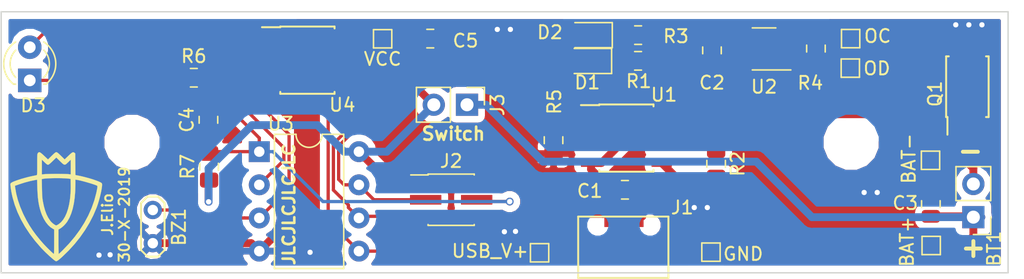
<source format=kicad_pcb>
(kicad_pcb (version 20171130) (host pcbnew "(5.0.1)-4")

  (general
    (thickness 1.6)
    (drawings 9)
    (tracks 241)
    (zones 0)
    (modules 35)
    (nets 29)
  )

  (page A4)
  (layers
    (0 F.Cu signal)
    (31 B.Cu signal)
    (32 B.Adhes user)
    (33 F.Adhes user)
    (34 B.Paste user)
    (35 F.Paste user)
    (36 B.SilkS user)
    (37 F.SilkS user)
    (38 B.Mask user)
    (39 F.Mask user)
    (40 Dwgs.User user)
    (41 Cmts.User user)
    (42 Eco1.User user)
    (43 Eco2.User user)
    (44 Edge.Cuts user)
    (45 Margin user)
    (46 B.CrtYd user)
    (47 F.CrtYd user)
    (48 B.Fab user)
    (49 F.Fab user)
  )

  (setup
    (last_trace_width 0.25)
    (trace_clearance 0.15)
    (zone_clearance 0.508)
    (zone_45_only no)
    (trace_min 0.2)
    (segment_width 0.2)
    (edge_width 0.1)
    (via_size 0.6)
    (via_drill 0.4)
    (via_min_size 0.4)
    (via_min_drill 0.3)
    (uvia_size 0.3)
    (uvia_drill 0.1)
    (uvias_allowed no)
    (uvia_min_size 0.2)
    (uvia_min_drill 0.1)
    (pcb_text_width 0.3)
    (pcb_text_size 1.5 1.5)
    (mod_edge_width 0.15)
    (mod_text_size 1 1)
    (mod_text_width 0.15)
    (pad_size 1.7 1.7)
    (pad_drill 1)
    (pad_to_mask_clearance 0)
    (solder_mask_min_width 0.25)
    (aux_axis_origin 0 0)
    (visible_elements 7FFFFFFF)
    (pcbplotparams
      (layerselection 0x010fc_ffffffff)
      (usegerberextensions false)
      (usegerberattributes false)
      (usegerberadvancedattributes false)
      (creategerberjobfile false)
      (excludeedgelayer true)
      (linewidth 0.100000)
      (plotframeref false)
      (viasonmask false)
      (mode 1)
      (useauxorigin false)
      (hpglpennumber 1)
      (hpglpenspeed 20)
      (hpglpendiameter 15.000000)
      (psnegative false)
      (psa4output false)
      (plotreference true)
      (plotvalue true)
      (plotinvisibletext false)
      (padsonsilk false)
      (subtractmaskfromsilk false)
      (outputformat 1)
      (mirror false)
      (drillshape 0)
      (scaleselection 1)
      (outputdirectory "Gerbers/"))
  )

  (net 0 "")
  (net 1 BAT+)
  (net 2 BAT-)
  (net 3 BUZZ)
  (net 4 GND)
  (net 5 "Net-(C1-Pad1)")
  (net 6 "Net-(C2-Pad1)")
  (net 7 RST)
  (net 8 "Net-(D1-Pad1)")
  (net 9 "Net-(D2-Pad1)")
  (net 10 "Net-(D3-Pad1)")
  (net 11 LED)
  (net 12 "Net-(J1-Pad4)")
  (net 13 "Net-(J1-Pad2)")
  (net 14 "Net-(J1-Pad3)")
  (net 15 "Net-(J1-Pad6)")
  (net 16 VCC)
  (net 17 SCK)
  (net 18 MISO)
  (net 19 MOSI)
  (net 20 "Net-(Q1-Pad1)")
  (net 21 OD)
  (net 22 OC)
  (net 23 "Net-(Q1-Pad8)")
  (net 24 "Net-(R1-Pad2)")
  (net 25 "Net-(R3-Pad2)")
  (net 26 "Net-(R4-Pad1)")
  (net 27 "Net-(R5-Pad1)")
  (net 28 "Net-(U2-Pad4)")

  (net_class Default "Esta es la clase de red por defecto."
    (clearance 0.15)
    (trace_width 0.25)
    (via_dia 0.6)
    (via_drill 0.4)
    (uvia_dia 0.3)
    (uvia_drill 0.1)
    (add_net BUZZ)
    (add_net LED)
    (add_net MISO)
    (add_net MOSI)
    (add_net "Net-(C2-Pad1)")
    (add_net "Net-(D1-Pad1)")
    (add_net "Net-(D2-Pad1)")
    (add_net "Net-(D3-Pad1)")
    (add_net "Net-(J1-Pad2)")
    (add_net "Net-(J1-Pad3)")
    (add_net "Net-(J1-Pad4)")
    (add_net "Net-(J1-Pad6)")
    (add_net "Net-(Q1-Pad1)")
    (add_net "Net-(Q1-Pad8)")
    (add_net "Net-(R1-Pad2)")
    (add_net "Net-(R3-Pad2)")
    (add_net "Net-(R4-Pad1)")
    (add_net "Net-(R5-Pad1)")
    (add_net "Net-(U2-Pad4)")
    (add_net OC)
    (add_net OD)
    (add_net RST)
    (add_net SCK)
  )

  (net_class Power ""
    (clearance 0.25)
    (trace_width 0.6)
    (via_dia 1.2)
    (via_drill 0.8)
    (uvia_dia 0.3)
    (uvia_drill 0.1)
    (add_net BAT+)
    (add_net BAT-)
    (add_net GND)
    (add_net "Net-(C1-Pad1)")
    (add_net VCC)
  )

  (module MountingHole:MountingHole_3.2mm_M3 (layer F.Cu) (tedit 5DB729D8) (tstamp 5DC3A6F0)
    (at 165 110)
    (descr "Mounting Hole 3.2mm, no annular, M3")
    (tags "mounting hole 3.2mm no annular m3")
    (attr virtual)
    (fp_text reference REF** (at 0 -4.2) (layer F.SilkS) hide
      (effects (font (size 1 1) (thickness 0.15)))
    )
    (fp_text value MountingHole_3.2mm_M3 (at 0 4.2) (layer F.Fab) hide
      (effects (font (size 1 1) (thickness 0.15)))
    )
    (fp_text user %R (at 0.3 0) (layer F.Fab)
      (effects (font (size 1 1) (thickness 0.15)))
    )
    (fp_circle (center 0 0) (end 3.2 0) (layer Cmts.User) (width 0.15))
    (fp_circle (center 0 0) (end 3.45 0) (layer F.CrtYd) (width 0.05))
    (pad 1 np_thru_hole circle (at 0 0) (size 3.2 3.2) (drill 3.2) (layers *.Cu *.Mask))
  )

  (module TestPoint:TestPoint_2Pads_Pitch2.54mm_Drill0.8mm (layer F.Cu) (tedit 5A0F774F) (tstamp 5DB72EB0)
    (at 111.5949 115.189 270)
    (descr "Test point with 2 pins, pitch 2.54mm, drill diameter 0.8mm")
    (tags "CONN DEV")
    (path /5DB065A1)
    (attr virtual)
    (fp_text reference BZ1 (at 1.3 -2 270) (layer F.SilkS)
      (effects (font (size 1 1) (thickness 0.15)))
    )
    (fp_text value Buzzer (at 1.27 2 270) (layer F.Fab)
      (effects (font (size 1 1) (thickness 0.15)))
    )
    (fp_text user %R (at 1.3 -2 270) (layer F.Fab)
      (effects (font (size 1 1) (thickness 0.15)))
    )
    (fp_line (start -0.65 1.15) (end 3.15 1.15) (layer F.CrtYd) (width 0.05))
    (fp_line (start 3.15 1.15) (end 3.8 0.5) (layer F.CrtYd) (width 0.05))
    (fp_line (start 3.8 0.5) (end 3.8 -0.5) (layer F.CrtYd) (width 0.05))
    (fp_line (start 3.8 -0.5) (end 3.15 -1.15) (layer F.CrtYd) (width 0.05))
    (fp_line (start 3.15 -1.15) (end -0.65 -1.15) (layer F.CrtYd) (width 0.05))
    (fp_line (start -0.65 -1.15) (end -1.3 -0.5) (layer F.CrtYd) (width 0.05))
    (fp_line (start -1.3 -0.5) (end -1.3 0.5) (layer F.CrtYd) (width 0.05))
    (fp_line (start -1.3 0.5) (end -0.65 1.15) (layer F.CrtYd) (width 0.05))
    (fp_line (start -0.53 -0.9) (end 3.07 -0.9) (layer F.SilkS) (width 0.15))
    (fp_line (start 3.07 -0.9) (end 3.57 -0.4) (layer F.SilkS) (width 0.15))
    (fp_line (start 3.57 -0.4) (end 3.57 0.4) (layer F.SilkS) (width 0.15))
    (fp_line (start 3.57 0.4) (end 3.07 0.9) (layer F.SilkS) (width 0.15))
    (fp_line (start 3.07 0.9) (end -0.53 0.9) (layer F.SilkS) (width 0.15))
    (fp_line (start -0.53 0.9) (end -1.03 0.4) (layer F.SilkS) (width 0.15))
    (fp_line (start -1.03 0.4) (end -1.03 -0.4) (layer F.SilkS) (width 0.15))
    (fp_line (start -1.03 -0.4) (end -0.53 -0.9) (layer F.SilkS) (width 0.15))
    (pad 1 thru_hole circle (at 0 0 270) (size 1.4 1.4) (drill 0.8) (layers *.Cu *.Mask)
      (net 3 BUZZ))
    (pad 2 thru_hole circle (at 2.54 0 270) (size 1.4 1.4) (drill 0.8) (layers *.Cu *.Mask)
      (net 4 GND))
  )

  (module Capacitor_SMD:C_0805_2012Metric_Pad1.15x1.40mm_HandSolder (layer F.Cu) (tedit 5B36C52B) (tstamp 5DB72EC1)
    (at 147.701 113.6396)
    (descr "Capacitor SMD 0805 (2012 Metric), square (rectangular) end terminal, IPC_7351 nominal with elongated pad for handsoldering. (Body size source: https://docs.google.com/spreadsheets/d/1BsfQQcO9C6DZCsRaXUlFlo91Tg2WpOkGARC1WS5S8t0/edit?usp=sharing), generated with kicad-footprint-generator")
    (tags "capacitor handsolder")
    (path /5DAF17F3)
    (attr smd)
    (fp_text reference C1 (at -2.6924 0.0889) (layer F.SilkS)
      (effects (font (size 1 1) (thickness 0.15)))
    )
    (fp_text value 10uF (at 0 1.65) (layer F.Fab)
      (effects (font (size 1 1) (thickness 0.15)))
    )
    (fp_line (start -1 0.6) (end -1 -0.6) (layer F.Fab) (width 0.1))
    (fp_line (start -1 -0.6) (end 1 -0.6) (layer F.Fab) (width 0.1))
    (fp_line (start 1 -0.6) (end 1 0.6) (layer F.Fab) (width 0.1))
    (fp_line (start 1 0.6) (end -1 0.6) (layer F.Fab) (width 0.1))
    (fp_line (start -0.261252 -0.71) (end 0.261252 -0.71) (layer F.SilkS) (width 0.12))
    (fp_line (start -0.261252 0.71) (end 0.261252 0.71) (layer F.SilkS) (width 0.12))
    (fp_line (start -1.85 0.95) (end -1.85 -0.95) (layer F.CrtYd) (width 0.05))
    (fp_line (start -1.85 -0.95) (end 1.85 -0.95) (layer F.CrtYd) (width 0.05))
    (fp_line (start 1.85 -0.95) (end 1.85 0.95) (layer F.CrtYd) (width 0.05))
    (fp_line (start 1.85 0.95) (end -1.85 0.95) (layer F.CrtYd) (width 0.05))
    (fp_text user %R (at 0 0) (layer F.Fab)
      (effects (font (size 0.5 0.5) (thickness 0.08)))
    )
    (pad 1 smd roundrect (at -1.025 0) (size 1.15 1.4) (layers F.Cu F.Paste F.Mask) (roundrect_rratio 0.217391)
      (net 5 "Net-(C1-Pad1)"))
    (pad 2 smd roundrect (at 1.025 0) (size 1.15 1.4) (layers F.Cu F.Paste F.Mask) (roundrect_rratio 0.217391)
      (net 4 GND))
    (model ${KISYS3DMOD}/Capacitor_SMD.3dshapes/C_0805_2012Metric.wrl
      (at (xyz 0 0 0))
      (scale (xyz 1 1 1))
      (rotate (xyz 0 0 0))
    )
  )

  (module Capacitor_SMD:C_0805_2012Metric (layer F.Cu) (tedit 5B36C52B) (tstamp 5DB72ED2)
    (at 154.3558 102.9566 270)
    (descr "Capacitor SMD 0805 (2012 Metric), square (rectangular) end terminal, IPC_7351 nominal, (Body size source: https://docs.google.com/spreadsheets/d/1BsfQQcO9C6DZCsRaXUlFlo91Tg2WpOkGARC1WS5S8t0/edit?usp=sharing), generated with kicad-footprint-generator")
    (tags capacitor)
    (path /5DAFD1D9)
    (attr smd)
    (fp_text reference C2 (at 2.4788 0 180) (layer F.SilkS)
      (effects (font (size 1 1) (thickness 0.15)))
    )
    (fp_text value 0.1uF (at 0 1.65 270) (layer F.Fab)
      (effects (font (size 1 1) (thickness 0.15)))
    )
    (fp_line (start -1 0.6) (end -1 -0.6) (layer F.Fab) (width 0.1))
    (fp_line (start -1 -0.6) (end 1 -0.6) (layer F.Fab) (width 0.1))
    (fp_line (start 1 -0.6) (end 1 0.6) (layer F.Fab) (width 0.1))
    (fp_line (start 1 0.6) (end -1 0.6) (layer F.Fab) (width 0.1))
    (fp_line (start -0.258578 -0.71) (end 0.258578 -0.71) (layer F.SilkS) (width 0.12))
    (fp_line (start -0.258578 0.71) (end 0.258578 0.71) (layer F.SilkS) (width 0.12))
    (fp_line (start -1.68 0.95) (end -1.68 -0.95) (layer F.CrtYd) (width 0.05))
    (fp_line (start -1.68 -0.95) (end 1.68 -0.95) (layer F.CrtYd) (width 0.05))
    (fp_line (start 1.68 -0.95) (end 1.68 0.95) (layer F.CrtYd) (width 0.05))
    (fp_line (start 1.68 0.95) (end -1.68 0.95) (layer F.CrtYd) (width 0.05))
    (fp_text user %R (at 0 0 270) (layer F.Fab)
      (effects (font (size 0.5 0.5) (thickness 0.08)))
    )
    (pad 1 smd roundrect (at -0.9375 0 270) (size 0.975 1.4) (layers F.Cu F.Paste F.Mask) (roundrect_rratio 0.25)
      (net 6 "Net-(C2-Pad1)"))
    (pad 2 smd roundrect (at 0.9375 0 270) (size 0.975 1.4) (layers F.Cu F.Paste F.Mask) (roundrect_rratio 0.25)
      (net 2 BAT-))
    (model ${KISYS3DMOD}/Capacitor_SMD.3dshapes/C_0805_2012Metric.wrl
      (at (xyz 0 0 0))
      (scale (xyz 1 1 1))
      (rotate (xyz 0 0 0))
    )
  )

  (module Capacitor_SMD:C_0805_2012Metric (layer F.Cu) (tedit 5B36C52B) (tstamp 5DB72EE3)
    (at 171.0944 114.7341 90)
    (descr "Capacitor SMD 0805 (2012 Metric), square (rectangular) end terminal, IPC_7351 nominal, (Body size source: https://docs.google.com/spreadsheets/d/1BsfQQcO9C6DZCsRaXUlFlo91Tg2WpOkGARC1WS5S8t0/edit?usp=sharing), generated with kicad-footprint-generator")
    (tags capacitor)
    (path /5DAF4E1A)
    (attr smd)
    (fp_text reference C3 (at 0.0785 -1.9558 180) (layer F.SilkS)
      (effects (font (size 1 1) (thickness 0.15)))
    )
    (fp_text value 10uF (at 0 1.65 90) (layer F.Fab)
      (effects (font (size 1 1) (thickness 0.15)))
    )
    (fp_text user %R (at 0 0 90) (layer F.Fab)
      (effects (font (size 0.5 0.5) (thickness 0.08)))
    )
    (fp_line (start 1.68 0.95) (end -1.68 0.95) (layer F.CrtYd) (width 0.05))
    (fp_line (start 1.68 -0.95) (end 1.68 0.95) (layer F.CrtYd) (width 0.05))
    (fp_line (start -1.68 -0.95) (end 1.68 -0.95) (layer F.CrtYd) (width 0.05))
    (fp_line (start -1.68 0.95) (end -1.68 -0.95) (layer F.CrtYd) (width 0.05))
    (fp_line (start -0.258578 0.71) (end 0.258578 0.71) (layer F.SilkS) (width 0.12))
    (fp_line (start -0.258578 -0.71) (end 0.258578 -0.71) (layer F.SilkS) (width 0.12))
    (fp_line (start 1 0.6) (end -1 0.6) (layer F.Fab) (width 0.1))
    (fp_line (start 1 -0.6) (end 1 0.6) (layer F.Fab) (width 0.1))
    (fp_line (start -1 -0.6) (end 1 -0.6) (layer F.Fab) (width 0.1))
    (fp_line (start -1 0.6) (end -1 -0.6) (layer F.Fab) (width 0.1))
    (pad 2 smd roundrect (at 0.9375 0 90) (size 0.975 1.4) (layers F.Cu F.Paste F.Mask) (roundrect_rratio 0.25)
      (net 4 GND))
    (pad 1 smd roundrect (at -0.9375 0 90) (size 0.975 1.4) (layers F.Cu F.Paste F.Mask) (roundrect_rratio 0.25)
      (net 1 BAT+))
    (model ${KISYS3DMOD}/Capacitor_SMD.3dshapes/C_0805_2012Metric.wrl
      (at (xyz 0 0 0))
      (scale (xyz 1 1 1))
      (rotate (xyz 0 0 0))
    )
  )

  (module Capacitor_SMD:C_0805_2012Metric (layer F.Cu) (tedit 5B36C52B) (tstamp 5DB72EF4)
    (at 115.8494 108.2779 90)
    (descr "Capacitor SMD 0805 (2012 Metric), square (rectangular) end terminal, IPC_7351 nominal, (Body size source: https://docs.google.com/spreadsheets/d/1BsfQQcO9C6DZCsRaXUlFlo91Tg2WpOkGARC1WS5S8t0/edit?usp=sharing), generated with kicad-footprint-generator")
    (tags capacitor)
    (path /5DB4C9F9)
    (attr smd)
    (fp_text reference C4 (at 0 -1.65 90) (layer F.SilkS)
      (effects (font (size 1 1) (thickness 0.15)))
    )
    (fp_text value 1uF (at 0 1.65 90) (layer F.Fab)
      (effects (font (size 1 1) (thickness 0.15)))
    )
    (fp_line (start -1 0.6) (end -1 -0.6) (layer F.Fab) (width 0.1))
    (fp_line (start -1 -0.6) (end 1 -0.6) (layer F.Fab) (width 0.1))
    (fp_line (start 1 -0.6) (end 1 0.6) (layer F.Fab) (width 0.1))
    (fp_line (start 1 0.6) (end -1 0.6) (layer F.Fab) (width 0.1))
    (fp_line (start -0.258578 -0.71) (end 0.258578 -0.71) (layer F.SilkS) (width 0.12))
    (fp_line (start -0.258578 0.71) (end 0.258578 0.71) (layer F.SilkS) (width 0.12))
    (fp_line (start -1.68 0.95) (end -1.68 -0.95) (layer F.CrtYd) (width 0.05))
    (fp_line (start -1.68 -0.95) (end 1.68 -0.95) (layer F.CrtYd) (width 0.05))
    (fp_line (start 1.68 -0.95) (end 1.68 0.95) (layer F.CrtYd) (width 0.05))
    (fp_line (start 1.68 0.95) (end -1.68 0.95) (layer F.CrtYd) (width 0.05))
    (fp_text user %R (at 0 0 90) (layer F.Fab)
      (effects (font (size 0.5 0.5) (thickness 0.08)))
    )
    (pad 1 smd roundrect (at -0.9375 0 90) (size 0.975 1.4) (layers F.Cu F.Paste F.Mask) (roundrect_rratio 0.25)
      (net 7 RST))
    (pad 2 smd roundrect (at 0.9375 0 90) (size 0.975 1.4) (layers F.Cu F.Paste F.Mask) (roundrect_rratio 0.25)
      (net 4 GND))
    (model ${KISYS3DMOD}/Capacitor_SMD.3dshapes/C_0805_2012Metric.wrl
      (at (xyz 0 0 0))
      (scale (xyz 1 1 1))
      (rotate (xyz 0 0 0))
    )
  )

  (module LED_SMD:LED_0805_2012Metric_Pad1.15x1.40mm_HandSolder (layer F.Cu) (tedit 5B4B45C9) (tstamp 5DB72F07)
    (at 144.8218 103.7717 180)
    (descr "LED SMD 0805 (2012 Metric), square (rectangular) end terminal, IPC_7351 nominal, (Body size source: https://docs.google.com/spreadsheets/d/1BsfQQcO9C6DZCsRaXUlFlo91Tg2WpOkGARC1WS5S8t0/edit?usp=sharing), generated with kicad-footprint-generator")
    (tags "LED handsolder")
    (path /5DAF1257)
    (attr smd)
    (fp_text reference D1 (at 0 -1.65 180) (layer F.SilkS)
      (effects (font (size 1 1) (thickness 0.15)))
    )
    (fp_text value Green (at 0 1.65 180) (layer F.Fab)
      (effects (font (size 1 1) (thickness 0.15)))
    )
    (fp_line (start 1 -0.6) (end -0.7 -0.6) (layer F.Fab) (width 0.1))
    (fp_line (start -0.7 -0.6) (end -1 -0.3) (layer F.Fab) (width 0.1))
    (fp_line (start -1 -0.3) (end -1 0.6) (layer F.Fab) (width 0.1))
    (fp_line (start -1 0.6) (end 1 0.6) (layer F.Fab) (width 0.1))
    (fp_line (start 1 0.6) (end 1 -0.6) (layer F.Fab) (width 0.1))
    (fp_line (start 1 -0.96) (end -1.86 -0.96) (layer F.SilkS) (width 0.12))
    (fp_line (start -1.86 -0.96) (end -1.86 0.96) (layer F.SilkS) (width 0.12))
    (fp_line (start -1.86 0.96) (end 1 0.96) (layer F.SilkS) (width 0.12))
    (fp_line (start -1.85 0.95) (end -1.85 -0.95) (layer F.CrtYd) (width 0.05))
    (fp_line (start -1.85 -0.95) (end 1.85 -0.95) (layer F.CrtYd) (width 0.05))
    (fp_line (start 1.85 -0.95) (end 1.85 0.95) (layer F.CrtYd) (width 0.05))
    (fp_line (start 1.85 0.95) (end -1.85 0.95) (layer F.CrtYd) (width 0.05))
    (fp_text user %R (at 0 0 180) (layer F.Fab)
      (effects (font (size 0.5 0.5) (thickness 0.08)))
    )
    (pad 1 smd roundrect (at -1.025 0 180) (size 1.15 1.4) (layers F.Cu F.Paste F.Mask) (roundrect_rratio 0.217391)
      (net 8 "Net-(D1-Pad1)"))
    (pad 2 smd roundrect (at 1.025 0 180) (size 1.15 1.4) (layers F.Cu F.Paste F.Mask) (roundrect_rratio 0.217391)
      (net 5 "Net-(C1-Pad1)"))
    (model ${KISYS3DMOD}/LED_SMD.3dshapes/LED_0805_2012Metric.wrl
      (at (xyz 0 0 0))
      (scale (xyz 1 1 1))
      (rotate (xyz 0 0 0))
    )
  )

  (module LED_SMD:LED_0805_2012Metric_Pad1.15x1.40mm_HandSolder (layer F.Cu) (tedit 5B4B45C9) (tstamp 5DC3B568)
    (at 144.8726 101.7905 180)
    (descr "LED SMD 0805 (2012 Metric), square (rectangular) end terminal, IPC_7351 nominal, (Body size source: https://docs.google.com/spreadsheets/d/1BsfQQcO9C6DZCsRaXUlFlo91Tg2WpOkGARC1WS5S8t0/edit?usp=sharing), generated with kicad-footprint-generator")
    (tags "LED handsolder")
    (path /5DAF11FD)
    (attr smd)
    (fp_text reference D2 (at 2.912 0.2159 180) (layer F.SilkS)
      (effects (font (size 1 1) (thickness 0.15)))
    )
    (fp_text value Red (at 0 1.65 180) (layer F.Fab)
      (effects (font (size 1 1) (thickness 0.15)))
    )
    (fp_text user %R (at 0 0 180) (layer F.Fab)
      (effects (font (size 0.5 0.5) (thickness 0.08)))
    )
    (fp_line (start 1.85 0.95) (end -1.85 0.95) (layer F.CrtYd) (width 0.05))
    (fp_line (start 1.85 -0.95) (end 1.85 0.95) (layer F.CrtYd) (width 0.05))
    (fp_line (start -1.85 -0.95) (end 1.85 -0.95) (layer F.CrtYd) (width 0.05))
    (fp_line (start -1.85 0.95) (end -1.85 -0.95) (layer F.CrtYd) (width 0.05))
    (fp_line (start -1.86 0.96) (end 1 0.96) (layer F.SilkS) (width 0.12))
    (fp_line (start -1.86 -0.96) (end -1.86 0.96) (layer F.SilkS) (width 0.12))
    (fp_line (start 1 -0.96) (end -1.86 -0.96) (layer F.SilkS) (width 0.12))
    (fp_line (start 1 0.6) (end 1 -0.6) (layer F.Fab) (width 0.1))
    (fp_line (start -1 0.6) (end 1 0.6) (layer F.Fab) (width 0.1))
    (fp_line (start -1 -0.3) (end -1 0.6) (layer F.Fab) (width 0.1))
    (fp_line (start -0.7 -0.6) (end -1 -0.3) (layer F.Fab) (width 0.1))
    (fp_line (start 1 -0.6) (end -0.7 -0.6) (layer F.Fab) (width 0.1))
    (pad 2 smd roundrect (at 1.025 0 180) (size 1.15 1.4) (layers F.Cu F.Paste F.Mask) (roundrect_rratio 0.217391)
      (net 5 "Net-(C1-Pad1)"))
    (pad 1 smd roundrect (at -1.025 0 180) (size 1.15 1.4) (layers F.Cu F.Paste F.Mask) (roundrect_rratio 0.217391)
      (net 9 "Net-(D2-Pad1)"))
    (model ${KISYS3DMOD}/LED_SMD.3dshapes/LED_0805_2012Metric.wrl
      (at (xyz 0 0 0))
      (scale (xyz 1 1 1))
      (rotate (xyz 0 0 0))
    )
  )

  (module project_footprints:MicroUSB (layer F.Cu) (tedit 5B04569C) (tstamp 5DB72F56)
    (at 147.6248 118.491)
    (path /5DAF0F30)
    (fp_text reference J1 (at 4.4577 -3.4925) (layer F.SilkS)
      (effects (font (size 1 1) (thickness 0.15)))
    )
    (fp_text value USB_B_Micro (at 0.1143 -0.0381) (layer F.Fab)
      (effects (font (size 1 1) (thickness 0.15)))
    )
    (fp_line (start -3.5 -2.8) (end -3.5 1.9) (layer F.SilkS) (width 0.15))
    (fp_line (start -3.5 1.9) (end 3.4 1.9) (layer F.SilkS) (width 0.15))
    (fp_line (start 3.4 1.9) (end 3.4 -2.8) (layer F.SilkS) (width 0.15))
    (fp_line (start 3.4 -2.8) (end -3.5 -2.8) (layer F.SilkS) (width 0.15))
    (fp_line (start -5 1.45) (end 5 1.45) (layer Dwgs.User) (width 0.1))
    (pad 5 smd rect (at 1.3 -2.675) (size 0.4 1.35) (layers F.Cu F.Paste F.Mask)
      (net 4 GND))
    (pad 4 smd rect (at 0.65 -2.675) (size 0.4 1.35) (layers F.Cu F.Paste F.Mask)
      (net 12 "Net-(J1-Pad4)"))
    (pad 1 smd rect (at -1.3 -2.675) (size 0.4 1.35) (layers F.Cu F.Paste F.Mask)
      (net 5 "Net-(C1-Pad1)"))
    (pad 2 smd rect (at -0.65 -2.675) (size 0.4 1.35) (layers F.Cu F.Paste F.Mask)
      (net 13 "Net-(J1-Pad2)"))
    (pad "" np_thru_hole circle (at 2 -2.15) (size 0.6 0.6) (drill 0.6) (layers *.Cu *.Mask))
    (pad "" np_thru_hole circle (at -2 -2.15) (size 0.6 0.6) (drill 0.6) (layers *.Cu *.Mask))
    (pad 3 smd rect (at 0 -2.675) (size 0.4 1.35) (layers F.Cu F.Paste F.Mask)
      (net 14 "Net-(J1-Pad3)"))
    (pad 6 smd rect (at -3.95 0) (size 1.9 1.9) (layers F.Cu F.Paste F.Mask)
      (net 15 "Net-(J1-Pad6)"))
    (pad 6 smd rect (at 3.95 0) (size 1.9 1.9) (layers F.Cu F.Paste F.Mask)
      (net 15 "Net-(J1-Pad6)"))
  )

  (module Connector_PinHeader_1.27mm:PinHeader_2x03_P1.27mm_Vertical_SMD (layer F.Cu) (tedit 59FED6E3) (tstamp 5DB72F83)
    (at 134.411 114.4016)
    (descr "surface-mounted straight pin header, 2x03, 1.27mm pitch, double rows")
    (tags "Surface mounted pin header SMD 2x03 1.27mm double row")
    (path /5DB19488)
    (attr smd)
    (fp_text reference J2 (at 0 -2.965) (layer F.SilkS)
      (effects (font (size 1 1) (thickness 0.15)))
    )
    (fp_text value ISP (at 0 2.965) (layer F.Fab)
      (effects (font (size 1 1) (thickness 0.15)))
    )
    (fp_line (start 1.705 1.905) (end -1.705 1.905) (layer F.Fab) (width 0.1))
    (fp_line (start -1.27 -1.905) (end 1.705 -1.905) (layer F.Fab) (width 0.1))
    (fp_line (start -1.705 1.905) (end -1.705 -1.47) (layer F.Fab) (width 0.1))
    (fp_line (start -1.705 -1.47) (end -1.27 -1.905) (layer F.Fab) (width 0.1))
    (fp_line (start 1.705 -1.905) (end 1.705 1.905) (layer F.Fab) (width 0.1))
    (fp_line (start -1.705 -1.47) (end -2.75 -1.47) (layer F.Fab) (width 0.1))
    (fp_line (start -2.75 -1.47) (end -2.75 -1.07) (layer F.Fab) (width 0.1))
    (fp_line (start -2.75 -1.07) (end -1.705 -1.07) (layer F.Fab) (width 0.1))
    (fp_line (start 1.705 -1.47) (end 2.75 -1.47) (layer F.Fab) (width 0.1))
    (fp_line (start 2.75 -1.47) (end 2.75 -1.07) (layer F.Fab) (width 0.1))
    (fp_line (start 2.75 -1.07) (end 1.705 -1.07) (layer F.Fab) (width 0.1))
    (fp_line (start -1.705 -0.2) (end -2.75 -0.2) (layer F.Fab) (width 0.1))
    (fp_line (start -2.75 -0.2) (end -2.75 0.2) (layer F.Fab) (width 0.1))
    (fp_line (start -2.75 0.2) (end -1.705 0.2) (layer F.Fab) (width 0.1))
    (fp_line (start 1.705 -0.2) (end 2.75 -0.2) (layer F.Fab) (width 0.1))
    (fp_line (start 2.75 -0.2) (end 2.75 0.2) (layer F.Fab) (width 0.1))
    (fp_line (start 2.75 0.2) (end 1.705 0.2) (layer F.Fab) (width 0.1))
    (fp_line (start -1.705 1.07) (end -2.75 1.07) (layer F.Fab) (width 0.1))
    (fp_line (start -2.75 1.07) (end -2.75 1.47) (layer F.Fab) (width 0.1))
    (fp_line (start -2.75 1.47) (end -1.705 1.47) (layer F.Fab) (width 0.1))
    (fp_line (start 1.705 1.07) (end 2.75 1.07) (layer F.Fab) (width 0.1))
    (fp_line (start 2.75 1.07) (end 2.75 1.47) (layer F.Fab) (width 0.1))
    (fp_line (start 2.75 1.47) (end 1.705 1.47) (layer F.Fab) (width 0.1))
    (fp_line (start -1.765 -1.965) (end 1.765 -1.965) (layer F.SilkS) (width 0.12))
    (fp_line (start -1.765 1.965) (end 1.765 1.965) (layer F.SilkS) (width 0.12))
    (fp_line (start -3.09 -1.9) (end -1.765 -1.9) (layer F.SilkS) (width 0.12))
    (fp_line (start -1.765 -1.965) (end -1.765 -1.9) (layer F.SilkS) (width 0.12))
    (fp_line (start 1.765 -1.965) (end 1.765 -1.9) (layer F.SilkS) (width 0.12))
    (fp_line (start -1.765 1.9) (end -1.765 1.965) (layer F.SilkS) (width 0.12))
    (fp_line (start 1.765 1.9) (end 1.765 1.965) (layer F.SilkS) (width 0.12))
    (fp_line (start -4.3 -2.45) (end -4.3 2.45) (layer F.CrtYd) (width 0.05))
    (fp_line (start -4.3 2.45) (end 4.3 2.45) (layer F.CrtYd) (width 0.05))
    (fp_line (start 4.3 2.45) (end 4.3 -2.45) (layer F.CrtYd) (width 0.05))
    (fp_line (start 4.3 -2.45) (end -4.3 -2.45) (layer F.CrtYd) (width 0.05))
    (fp_text user %R (at 0 0 90) (layer F.Fab)
      (effects (font (size 1 1) (thickness 0.15)))
    )
    (pad 1 smd rect (at -1.95 -1.27) (size 2.4 0.74) (layers F.Cu F.Paste F.Mask)
      (net 16 VCC))
    (pad 2 smd rect (at 1.95 -1.27) (size 2.4 0.74) (layers F.Cu F.Paste F.Mask)
      (net 4 GND))
    (pad 3 smd rect (at -1.95 0) (size 2.4 0.74) (layers F.Cu F.Paste F.Mask)
      (net 17 SCK))
    (pad 4 smd rect (at 1.95 0) (size 2.4 0.74) (layers F.Cu F.Paste F.Mask)
      (net 7 RST))
    (pad 5 smd rect (at -1.95 1.27) (size 2.4 0.74) (layers F.Cu F.Paste F.Mask)
      (net 18 MISO))
    (pad 6 smd rect (at 1.95 1.27) (size 2.4 0.74) (layers F.Cu F.Paste F.Mask)
      (net 19 MOSI))
    (model ${KISYS3DMOD}/Connector_PinHeader_1.27mm.3dshapes/PinHeader_2x03_P1.27mm_Vertical_SMD.wrl
      (at (xyz 0 0 0))
      (scale (xyz 1 1 1))
      (rotate (xyz 0 0 0))
    )
  )

  (module Package_SO:TSSOP-8_4.4x3mm_P0.65mm (layer F.Cu) (tedit 5A02F25C) (tstamp 5DB72FD8)
    (at 173.8884 105.7402 90)
    (descr "8-Lead Plastic Thin Shrink Small Outline (ST)-4.4 mm Body [TSSOP] (see Microchip Packaging Specification 00000049BS.pdf)")
    (tags "SSOP 0.65")
    (path /5DAF9D4A)
    (attr smd)
    (fp_text reference Q1 (at -0.5461 -2.4765 90) (layer F.SilkS)
      (effects (font (size 1 1) (thickness 0.15)))
    )
    (fp_text value 8205A (at 1.6002 -2.54 90) (layer F.Fab)
      (effects (font (size 1 1) (thickness 0.15)))
    )
    (fp_line (start -1.2 -1.5) (end 2.2 -1.5) (layer F.Fab) (width 0.15))
    (fp_line (start 2.2 -1.5) (end 2.2 1.5) (layer F.Fab) (width 0.15))
    (fp_line (start 2.2 1.5) (end -2.2 1.5) (layer F.Fab) (width 0.15))
    (fp_line (start -2.2 1.5) (end -2.2 -0.5) (layer F.Fab) (width 0.15))
    (fp_line (start -2.2 -0.5) (end -1.2 -1.5) (layer F.Fab) (width 0.15))
    (fp_line (start -3.95 -1.8) (end -3.95 1.8) (layer F.CrtYd) (width 0.05))
    (fp_line (start 3.95 -1.8) (end 3.95 1.8) (layer F.CrtYd) (width 0.05))
    (fp_line (start -3.95 -1.8) (end 3.95 -1.8) (layer F.CrtYd) (width 0.05))
    (fp_line (start -3.95 1.8) (end 3.95 1.8) (layer F.CrtYd) (width 0.05))
    (fp_line (start -2.325 -1.625) (end -2.325 -1.525) (layer F.SilkS) (width 0.15))
    (fp_line (start 2.325 -1.625) (end 2.325 -1.425) (layer F.SilkS) (width 0.15))
    (fp_line (start 2.325 1.625) (end 2.325 1.425) (layer F.SilkS) (width 0.15))
    (fp_line (start -2.325 1.625) (end -2.325 1.425) (layer F.SilkS) (width 0.15))
    (fp_line (start -2.325 -1.625) (end 2.325 -1.625) (layer F.SilkS) (width 0.15))
    (fp_line (start -2.325 1.625) (end 2.325 1.625) (layer F.SilkS) (width 0.15))
    (fp_line (start -2.325 -1.525) (end -3.675 -1.525) (layer F.SilkS) (width 0.15))
    (fp_text user %R (at 0 0 90) (layer F.Fab)
      (effects (font (size 0.7 0.7) (thickness 0.15)))
    )
    (pad 1 smd rect (at -2.95 -0.975 90) (size 1.45 0.45) (layers F.Cu F.Paste F.Mask)
      (net 20 "Net-(Q1-Pad1)"))
    (pad 2 smd rect (at -2.95 -0.325 90) (size 1.45 0.45) (layers F.Cu F.Paste F.Mask)
      (net 2 BAT-))
    (pad 3 smd rect (at -2.95 0.325 90) (size 1.45 0.45) (layers F.Cu F.Paste F.Mask)
      (net 2 BAT-))
    (pad 4 smd rect (at -2.95 0.975 90) (size 1.45 0.45) (layers F.Cu F.Paste F.Mask)
      (net 21 OD))
    (pad 5 smd rect (at 2.95 0.975 90) (size 1.45 0.45) (layers F.Cu F.Paste F.Mask)
      (net 22 OC))
    (pad 6 smd rect (at 2.95 0.325 90) (size 1.45 0.45) (layers F.Cu F.Paste F.Mask)
      (net 4 GND))
    (pad 7 smd rect (at 2.95 -0.325 90) (size 1.45 0.45) (layers F.Cu F.Paste F.Mask)
      (net 4 GND))
    (pad 8 smd rect (at 2.95 -0.975 90) (size 1.45 0.45) (layers F.Cu F.Paste F.Mask)
      (net 23 "Net-(Q1-Pad8)"))
    (model ${KISYS3DMOD}/Package_SO.3dshapes/TSSOP-8_4.4x3mm_P0.65mm.wrl
      (at (xyz 0 0 0))
      (scale (xyz 1 1 1))
      (rotate (xyz 0 0 0))
    )
  )

  (module Resistor_SMD:R_0805_2012Metric_Pad1.15x1.40mm_HandSolder (layer F.Cu) (tedit 5B36C52B) (tstamp 5DB72FE9)
    (at 148.7043 103.759)
    (descr "Resistor SMD 0805 (2012 Metric), square (rectangular) end terminal, IPC_7351 nominal with elongated pad for handsoldering. (Body size source: https://docs.google.com/spreadsheets/d/1BsfQQcO9C6DZCsRaXUlFlo91Tg2WpOkGARC1WS5S8t0/edit?usp=sharing), generated with kicad-footprint-generator")
    (tags "resistor handsolder")
    (path /5DAF1C09)
    (attr smd)
    (fp_text reference R1 (at 0.0508 1.5621) (layer F.SilkS)
      (effects (font (size 1 1) (thickness 0.15)))
    )
    (fp_text value 1k (at 0 1.65) (layer F.Fab)
      (effects (font (size 1 1) (thickness 0.15)))
    )
    (fp_line (start -1 0.6) (end -1 -0.6) (layer F.Fab) (width 0.1))
    (fp_line (start -1 -0.6) (end 1 -0.6) (layer F.Fab) (width 0.1))
    (fp_line (start 1 -0.6) (end 1 0.6) (layer F.Fab) (width 0.1))
    (fp_line (start 1 0.6) (end -1 0.6) (layer F.Fab) (width 0.1))
    (fp_line (start -0.261252 -0.71) (end 0.261252 -0.71) (layer F.SilkS) (width 0.12))
    (fp_line (start -0.261252 0.71) (end 0.261252 0.71) (layer F.SilkS) (width 0.12))
    (fp_line (start -1.85 0.95) (end -1.85 -0.95) (layer F.CrtYd) (width 0.05))
    (fp_line (start -1.85 -0.95) (end 1.85 -0.95) (layer F.CrtYd) (width 0.05))
    (fp_line (start 1.85 -0.95) (end 1.85 0.95) (layer F.CrtYd) (width 0.05))
    (fp_line (start 1.85 0.95) (end -1.85 0.95) (layer F.CrtYd) (width 0.05))
    (fp_text user %R (at 0 0) (layer F.Fab)
      (effects (font (size 0.5 0.5) (thickness 0.08)))
    )
    (pad 1 smd roundrect (at -1.025 0) (size 1.15 1.4) (layers F.Cu F.Paste F.Mask) (roundrect_rratio 0.217391)
      (net 8 "Net-(D1-Pad1)"))
    (pad 2 smd roundrect (at 1.025 0) (size 1.15 1.4) (layers F.Cu F.Paste F.Mask) (roundrect_rratio 0.217391)
      (net 24 "Net-(R1-Pad2)"))
    (model ${KISYS3DMOD}/Resistor_SMD.3dshapes/R_0805_2012Metric.wrl
      (at (xyz 0 0 0))
      (scale (xyz 1 1 1))
      (rotate (xyz 0 0 0))
    )
  )

  (module Resistor_SMD:R_0805_2012Metric_Pad1.15x1.40mm_HandSolder (layer F.Cu) (tedit 5B36C52B) (tstamp 5DB72FFA)
    (at 154.6733 111.6494 270)
    (descr "Resistor SMD 0805 (2012 Metric), square (rectangular) end terminal, IPC_7351 nominal with elongated pad for handsoldering. (Body size source: https://docs.google.com/spreadsheets/d/1BsfQQcO9C6DZCsRaXUlFlo91Tg2WpOkGARC1WS5S8t0/edit?usp=sharing), generated with kicad-footprint-generator")
    (tags "resistor handsolder")
    (path /5DAFB60F)
    (attr smd)
    (fp_text reference R2 (at 0 -1.65 270) (layer F.SilkS)
      (effects (font (size 1 1) (thickness 0.15)))
    )
    (fp_text value 100 (at 0 1.65 270) (layer F.Fab)
      (effects (font (size 1 1) (thickness 0.15)))
    )
    (fp_text user %R (at 0 0 270) (layer F.Fab)
      (effects (font (size 0.5 0.5) (thickness 0.08)))
    )
    (fp_line (start 1.85 0.95) (end -1.85 0.95) (layer F.CrtYd) (width 0.05))
    (fp_line (start 1.85 -0.95) (end 1.85 0.95) (layer F.CrtYd) (width 0.05))
    (fp_line (start -1.85 -0.95) (end 1.85 -0.95) (layer F.CrtYd) (width 0.05))
    (fp_line (start -1.85 0.95) (end -1.85 -0.95) (layer F.CrtYd) (width 0.05))
    (fp_line (start -0.261252 0.71) (end 0.261252 0.71) (layer F.SilkS) (width 0.12))
    (fp_line (start -0.261252 -0.71) (end 0.261252 -0.71) (layer F.SilkS) (width 0.12))
    (fp_line (start 1 0.6) (end -1 0.6) (layer F.Fab) (width 0.1))
    (fp_line (start 1 -0.6) (end 1 0.6) (layer F.Fab) (width 0.1))
    (fp_line (start -1 -0.6) (end 1 -0.6) (layer F.Fab) (width 0.1))
    (fp_line (start -1 0.6) (end -1 -0.6) (layer F.Fab) (width 0.1))
    (pad 2 smd roundrect (at 1.025 0 270) (size 1.15 1.4) (layers F.Cu F.Paste F.Mask) (roundrect_rratio 0.217391)
      (net 1 BAT+))
    (pad 1 smd roundrect (at -1.025 0 270) (size 1.15 1.4) (layers F.Cu F.Paste F.Mask) (roundrect_rratio 0.217391)
      (net 6 "Net-(C2-Pad1)"))
    (model ${KISYS3DMOD}/Resistor_SMD.3dshapes/R_0805_2012Metric.wrl
      (at (xyz 0 0 0))
      (scale (xyz 1 1 1))
      (rotate (xyz 0 0 0))
    )
  )

  (module Resistor_SMD:R_0805_2012Metric_Pad1.15x1.40mm_HandSolder (layer F.Cu) (tedit 5B36C52B) (tstamp 5DC3B536)
    (at 148.708 101.7905)
    (descr "Resistor SMD 0805 (2012 Metric), square (rectangular) end terminal, IPC_7351 nominal with elongated pad for handsoldering. (Body size source: https://docs.google.com/spreadsheets/d/1BsfQQcO9C6DZCsRaXUlFlo91Tg2WpOkGARC1WS5S8t0/edit?usp=sharing), generated with kicad-footprint-generator")
    (tags "resistor handsolder")
    (path /5DAF1B91)
    (attr smd)
    (fp_text reference R3 (at 2.8919 0.0889) (layer F.SilkS)
      (effects (font (size 1 1) (thickness 0.15)))
    )
    (fp_text value 1k (at 0 1.65) (layer F.Fab)
      (effects (font (size 1 1) (thickness 0.15)))
    )
    (fp_line (start -1 0.6) (end -1 -0.6) (layer F.Fab) (width 0.1))
    (fp_line (start -1 -0.6) (end 1 -0.6) (layer F.Fab) (width 0.1))
    (fp_line (start 1 -0.6) (end 1 0.6) (layer F.Fab) (width 0.1))
    (fp_line (start 1 0.6) (end -1 0.6) (layer F.Fab) (width 0.1))
    (fp_line (start -0.261252 -0.71) (end 0.261252 -0.71) (layer F.SilkS) (width 0.12))
    (fp_line (start -0.261252 0.71) (end 0.261252 0.71) (layer F.SilkS) (width 0.12))
    (fp_line (start -1.85 0.95) (end -1.85 -0.95) (layer F.CrtYd) (width 0.05))
    (fp_line (start -1.85 -0.95) (end 1.85 -0.95) (layer F.CrtYd) (width 0.05))
    (fp_line (start 1.85 -0.95) (end 1.85 0.95) (layer F.CrtYd) (width 0.05))
    (fp_line (start 1.85 0.95) (end -1.85 0.95) (layer F.CrtYd) (width 0.05))
    (fp_text user %R (at 0 0) (layer F.Fab)
      (effects (font (size 0.5 0.5) (thickness 0.08)))
    )
    (pad 1 smd roundrect (at -1.025 0) (size 1.15 1.4) (layers F.Cu F.Paste F.Mask) (roundrect_rratio 0.217391)
      (net 9 "Net-(D2-Pad1)"))
    (pad 2 smd roundrect (at 1.025 0) (size 1.15 1.4) (layers F.Cu F.Paste F.Mask) (roundrect_rratio 0.217391)
      (net 25 "Net-(R3-Pad2)"))
    (model ${KISYS3DMOD}/Resistor_SMD.3dshapes/R_0805_2012Metric.wrl
      (at (xyz 0 0 0))
      (scale (xyz 1 1 1))
      (rotate (xyz 0 0 0))
    )
  )

  (module Resistor_SMD:R_0805_2012Metric_Pad1.15x1.40mm_HandSolder (layer F.Cu) (tedit 5B36C52B) (tstamp 5DB7301C)
    (at 162.306 102.8192 90)
    (descr "Resistor SMD 0805 (2012 Metric), square (rectangular) end terminal, IPC_7351 nominal with elongated pad for handsoldering. (Body size source: https://docs.google.com/spreadsheets/d/1BsfQQcO9C6DZCsRaXUlFlo91Tg2WpOkGARC1WS5S8t0/edit?usp=sharing), generated with kicad-footprint-generator")
    (tags "resistor handsolder")
    (path /5DB00BF3)
    (attr smd)
    (fp_text reference R4 (at -2.6416 -0.4318 180) (layer F.SilkS)
      (effects (font (size 1 1) (thickness 0.15)))
    )
    (fp_text value 1k (at 0 1.65 90) (layer F.Fab)
      (effects (font (size 1 1) (thickness 0.15)))
    )
    (fp_line (start -1 0.6) (end -1 -0.6) (layer F.Fab) (width 0.1))
    (fp_line (start -1 -0.6) (end 1 -0.6) (layer F.Fab) (width 0.1))
    (fp_line (start 1 -0.6) (end 1 0.6) (layer F.Fab) (width 0.1))
    (fp_line (start 1 0.6) (end -1 0.6) (layer F.Fab) (width 0.1))
    (fp_line (start -0.261252 -0.71) (end 0.261252 -0.71) (layer F.SilkS) (width 0.12))
    (fp_line (start -0.261252 0.71) (end 0.261252 0.71) (layer F.SilkS) (width 0.12))
    (fp_line (start -1.85 0.95) (end -1.85 -0.95) (layer F.CrtYd) (width 0.05))
    (fp_line (start -1.85 -0.95) (end 1.85 -0.95) (layer F.CrtYd) (width 0.05))
    (fp_line (start 1.85 -0.95) (end 1.85 0.95) (layer F.CrtYd) (width 0.05))
    (fp_line (start 1.85 0.95) (end -1.85 0.95) (layer F.CrtYd) (width 0.05))
    (fp_text user %R (at 0 0 90) (layer F.Fab)
      (effects (font (size 0.5 0.5) (thickness 0.08)))
    )
    (pad 1 smd roundrect (at -1.025 0 90) (size 1.15 1.4) (layers F.Cu F.Paste F.Mask) (roundrect_rratio 0.217391)
      (net 26 "Net-(R4-Pad1)"))
    (pad 2 smd roundrect (at 1.025 0 90) (size 1.15 1.4) (layers F.Cu F.Paste F.Mask) (roundrect_rratio 0.217391)
      (net 4 GND))
    (model ${KISYS3DMOD}/Resistor_SMD.3dshapes/R_0805_2012Metric.wrl
      (at (xyz 0 0 0))
      (scale (xyz 1 1 1))
      (rotate (xyz 0 0 0))
    )
  )

  (module Resistor_SMD:R_0805_2012Metric_Pad1.15x1.40mm_HandSolder (layer F.Cu) (tedit 5B36C52B) (tstamp 5DB7302D)
    (at 142.24 109.8386 270)
    (descr "Resistor SMD 0805 (2012 Metric), square (rectangular) end terminal, IPC_7351 nominal with elongated pad for handsoldering. (Body size source: https://docs.google.com/spreadsheets/d/1BsfQQcO9C6DZCsRaXUlFlo91Tg2WpOkGARC1WS5S8t0/edit?usp=sharing), generated with kicad-footprint-generator")
    (tags "resistor handsolder")
    (path /5DAF2B86)
    (attr smd)
    (fp_text reference R5 (at -2.9427 -0.0635 270) (layer F.SilkS)
      (effects (font (size 1 1) (thickness 0.15)))
    )
    (fp_text value 2k (at 0 1.65 270) (layer F.Fab)
      (effects (font (size 1 1) (thickness 0.15)))
    )
    (fp_text user %R (at 0 0 270) (layer F.Fab)
      (effects (font (size 0.5 0.5) (thickness 0.08)))
    )
    (fp_line (start 1.85 0.95) (end -1.85 0.95) (layer F.CrtYd) (width 0.05))
    (fp_line (start 1.85 -0.95) (end 1.85 0.95) (layer F.CrtYd) (width 0.05))
    (fp_line (start -1.85 -0.95) (end 1.85 -0.95) (layer F.CrtYd) (width 0.05))
    (fp_line (start -1.85 0.95) (end -1.85 -0.95) (layer F.CrtYd) (width 0.05))
    (fp_line (start -0.261252 0.71) (end 0.261252 0.71) (layer F.SilkS) (width 0.12))
    (fp_line (start -0.261252 -0.71) (end 0.261252 -0.71) (layer F.SilkS) (width 0.12))
    (fp_line (start 1 0.6) (end -1 0.6) (layer F.Fab) (width 0.1))
    (fp_line (start 1 -0.6) (end 1 0.6) (layer F.Fab) (width 0.1))
    (fp_line (start -1 -0.6) (end 1 -0.6) (layer F.Fab) (width 0.1))
    (fp_line (start -1 0.6) (end -1 -0.6) (layer F.Fab) (width 0.1))
    (pad 2 smd roundrect (at 1.025 0 270) (size 1.15 1.4) (layers F.Cu F.Paste F.Mask) (roundrect_rratio 0.217391)
      (net 4 GND))
    (pad 1 smd roundrect (at -1.025 0 270) (size 1.15 1.4) (layers F.Cu F.Paste F.Mask) (roundrect_rratio 0.217391)
      (net 27 "Net-(R5-Pad1)"))
    (model ${KISYS3DMOD}/Resistor_SMD.3dshapes/R_0805_2012Metric.wrl
      (at (xyz 0 0 0))
      (scale (xyz 1 1 1))
      (rotate (xyz 0 0 0))
    )
  )

  (module Resistor_SMD:R_0805_2012Metric_Pad1.15x1.40mm_HandSolder (layer F.Cu) (tedit 5B36C52B) (tstamp 5DB7303E)
    (at 114.7318 105.0544)
    (descr "Resistor SMD 0805 (2012 Metric), square (rectangular) end terminal, IPC_7351 nominal with elongated pad for handsoldering. (Body size source: https://docs.google.com/spreadsheets/d/1BsfQQcO9C6DZCsRaXUlFlo91Tg2WpOkGARC1WS5S8t0/edit?usp=sharing), generated with kicad-footprint-generator")
    (tags "resistor handsolder")
    (path /5DB062E7)
    (attr smd)
    (fp_text reference R6 (at 0 -1.65) (layer F.SilkS)
      (effects (font (size 1 1) (thickness 0.15)))
    )
    (fp_text value 1k (at 0 1.65) (layer F.Fab)
      (effects (font (size 1 1) (thickness 0.15)))
    )
    (fp_text user %R (at 0 0) (layer F.Fab)
      (effects (font (size 0.5 0.5) (thickness 0.08)))
    )
    (fp_line (start 1.85 0.95) (end -1.85 0.95) (layer F.CrtYd) (width 0.05))
    (fp_line (start 1.85 -0.95) (end 1.85 0.95) (layer F.CrtYd) (width 0.05))
    (fp_line (start -1.85 -0.95) (end 1.85 -0.95) (layer F.CrtYd) (width 0.05))
    (fp_line (start -1.85 0.95) (end -1.85 -0.95) (layer F.CrtYd) (width 0.05))
    (fp_line (start -0.261252 0.71) (end 0.261252 0.71) (layer F.SilkS) (width 0.12))
    (fp_line (start -0.261252 -0.71) (end 0.261252 -0.71) (layer F.SilkS) (width 0.12))
    (fp_line (start 1 0.6) (end -1 0.6) (layer F.Fab) (width 0.1))
    (fp_line (start 1 -0.6) (end 1 0.6) (layer F.Fab) (width 0.1))
    (fp_line (start -1 -0.6) (end 1 -0.6) (layer F.Fab) (width 0.1))
    (fp_line (start -1 0.6) (end -1 -0.6) (layer F.Fab) (width 0.1))
    (pad 2 smd roundrect (at 1.025 0) (size 1.15 1.4) (layers F.Cu F.Paste F.Mask) (roundrect_rratio 0.217391)
      (net 4 GND))
    (pad 1 smd roundrect (at -1.025 0) (size 1.15 1.4) (layers F.Cu F.Paste F.Mask) (roundrect_rratio 0.217391)
      (net 10 "Net-(D3-Pad1)"))
    (model ${KISYS3DMOD}/Resistor_SMD.3dshapes/R_0805_2012Metric.wrl
      (at (xyz 0 0 0))
      (scale (xyz 1 1 1))
      (rotate (xyz 0 0 0))
    )
  )

  (module Resistor_SMD:R_0805_2012Metric_Pad1.15x1.40mm_HandSolder (layer F.Cu) (tedit 5B36C52B) (tstamp 5DB7304F)
    (at 115.9002 111.8706 90)
    (descr "Resistor SMD 0805 (2012 Metric), square (rectangular) end terminal, IPC_7351 nominal with elongated pad for handsoldering. (Body size source: https://docs.google.com/spreadsheets/d/1BsfQQcO9C6DZCsRaXUlFlo91Tg2WpOkGARC1WS5S8t0/edit?usp=sharing), generated with kicad-footprint-generator")
    (tags "resistor handsolder")
    (path /5DB4CC55)
    (attr smd)
    (fp_text reference R7 (at 0 -1.65 90) (layer F.SilkS)
      (effects (font (size 1 1) (thickness 0.15)))
    )
    (fp_text value 10k (at 0 1.65 90) (layer F.Fab)
      (effects (font (size 1 1) (thickness 0.15)))
    )
    (fp_line (start -1 0.6) (end -1 -0.6) (layer F.Fab) (width 0.1))
    (fp_line (start -1 -0.6) (end 1 -0.6) (layer F.Fab) (width 0.1))
    (fp_line (start 1 -0.6) (end 1 0.6) (layer F.Fab) (width 0.1))
    (fp_line (start 1 0.6) (end -1 0.6) (layer F.Fab) (width 0.1))
    (fp_line (start -0.261252 -0.71) (end 0.261252 -0.71) (layer F.SilkS) (width 0.12))
    (fp_line (start -0.261252 0.71) (end 0.261252 0.71) (layer F.SilkS) (width 0.12))
    (fp_line (start -1.85 0.95) (end -1.85 -0.95) (layer F.CrtYd) (width 0.05))
    (fp_line (start -1.85 -0.95) (end 1.85 -0.95) (layer F.CrtYd) (width 0.05))
    (fp_line (start 1.85 -0.95) (end 1.85 0.95) (layer F.CrtYd) (width 0.05))
    (fp_line (start 1.85 0.95) (end -1.85 0.95) (layer F.CrtYd) (width 0.05))
    (fp_text user %R (at 0 0 90) (layer F.Fab)
      (effects (font (size 0.5 0.5) (thickness 0.08)))
    )
    (pad 1 smd roundrect (at -1.025 0 90) (size 1.15 1.4) (layers F.Cu F.Paste F.Mask) (roundrect_rratio 0.217391)
      (net 16 VCC))
    (pad 2 smd roundrect (at 1.025 0 90) (size 1.15 1.4) (layers F.Cu F.Paste F.Mask) (roundrect_rratio 0.217391)
      (net 7 RST))
    (model ${KISYS3DMOD}/Resistor_SMD.3dshapes/R_0805_2012Metric.wrl
      (at (xyz 0 0 0))
      (scale (xyz 1 1 1))
      (rotate (xyz 0 0 0))
    )
  )

  (module TestPoint:TestPoint_Pad_1.0x1.0mm (layer F.Cu) (tedit 5DB73E8A) (tstamp 5DB7305D)
    (at 141.1732 118.4656)
    (descr "SMD rectangular pad as test Point, square 1.0mm side length")
    (tags "test point SMD pad rectangle square")
    (path /5DB2A661)
    (attr virtual)
    (fp_text reference TP1 (at 0 -1.448) (layer F.SilkS) hide
      (effects (font (size 1 1) (thickness 0.15)))
    )
    (fp_text value USB_V+ (at -3.7846 -0.1397) (layer F.SilkS)
      (effects (font (size 1 1) (thickness 0.15)))
    )
    (fp_line (start 1 1) (end -1 1) (layer F.CrtYd) (width 0.05))
    (fp_line (start 1 1) (end 1 -1) (layer F.CrtYd) (width 0.05))
    (fp_line (start -1 -1) (end -1 1) (layer F.CrtYd) (width 0.05))
    (fp_line (start -1 -1) (end 1 -1) (layer F.CrtYd) (width 0.05))
    (fp_line (start -0.7 0.7) (end -0.7 -0.7) (layer F.SilkS) (width 0.12))
    (fp_line (start 0.7 0.7) (end -0.7 0.7) (layer F.SilkS) (width 0.12))
    (fp_line (start 0.7 -0.7) (end 0.7 0.7) (layer F.SilkS) (width 0.12))
    (fp_line (start -0.7 -0.7) (end 0.7 -0.7) (layer F.SilkS) (width 0.12))
    (fp_text user %R (at 0 -1.45) (layer F.Fab)
      (effects (font (size 1 1) (thickness 0.15)))
    )
    (pad 1 smd rect (at 0 0) (size 1 1) (layers F.Cu F.Mask)
      (net 5 "Net-(C1-Pad1)"))
  )

  (module TestPoint:TestPoint_Pad_1.0x1.0mm (layer F.Cu) (tedit 5DB72A22) (tstamp 5DB7306B)
    (at 171.1198 117.9068 90)
    (descr "SMD rectangular pad as test Point, square 1.0mm side length")
    (tags "test point SMD pad rectangle square")
    (path /5DB2A7B3)
    (attr virtual)
    (fp_text reference TP2 (at 0 -1.448 90) (layer F.SilkS) hide
      (effects (font (size 1 1) (thickness 0.15)))
    )
    (fp_text value BAT+ (at 0.2921 -1.8542 90) (layer F.SilkS)
      (effects (font (size 1 1) (thickness 0.15)))
    )
    (fp_text user %R (at 0 -1.45 90) (layer F.Fab)
      (effects (font (size 1 1) (thickness 0.15)))
    )
    (fp_line (start -0.7 -0.7) (end 0.7 -0.7) (layer F.SilkS) (width 0.12))
    (fp_line (start 0.7 -0.7) (end 0.7 0.7) (layer F.SilkS) (width 0.12))
    (fp_line (start 0.7 0.7) (end -0.7 0.7) (layer F.SilkS) (width 0.12))
    (fp_line (start -0.7 0.7) (end -0.7 -0.7) (layer F.SilkS) (width 0.12))
    (fp_line (start -1 -1) (end 1 -1) (layer F.CrtYd) (width 0.05))
    (fp_line (start -1 -1) (end -1 1) (layer F.CrtYd) (width 0.05))
    (fp_line (start 1 1) (end 1 -1) (layer F.CrtYd) (width 0.05))
    (fp_line (start 1 1) (end -1 1) (layer F.CrtYd) (width 0.05))
    (pad 1 smd rect (at 0 0 90) (size 1 1) (layers F.Cu F.Mask)
      (net 1 BAT+))
  )

  (module TestPoint:TestPoint_Pad_1.0x1.0mm (layer F.Cu) (tedit 5DB73EEE) (tstamp 5DB73079)
    (at 164.9349 104.3178)
    (descr "SMD rectangular pad as test Point, square 1.0mm side length")
    (tags "test point SMD pad rectangle square")
    (path /5DB3115A)
    (attr virtual)
    (fp_text reference TP3 (at 0 -1.448) (layer F.SilkS) hide
      (effects (font (size 1 1) (thickness 0.15)))
    )
    (fp_text value OD (at 2.032 0.0254) (layer F.SilkS)
      (effects (font (size 1 1) (thickness 0.15)))
    )
    (fp_line (start 1 1) (end -1 1) (layer F.CrtYd) (width 0.05))
    (fp_line (start 1 1) (end 1 -1) (layer F.CrtYd) (width 0.05))
    (fp_line (start -1 -1) (end -1 1) (layer F.CrtYd) (width 0.05))
    (fp_line (start -1 -1) (end 1 -1) (layer F.CrtYd) (width 0.05))
    (fp_line (start -0.7 0.7) (end -0.7 -0.7) (layer F.SilkS) (width 0.12))
    (fp_line (start 0.7 0.7) (end -0.7 0.7) (layer F.SilkS) (width 0.12))
    (fp_line (start 0.7 -0.7) (end 0.7 0.7) (layer F.SilkS) (width 0.12))
    (fp_line (start -0.7 -0.7) (end 0.7 -0.7) (layer F.SilkS) (width 0.12))
    (fp_text user %R (at 0 -1.45) (layer F.Fab)
      (effects (font (size 1 1) (thickness 0.15)))
    )
    (pad 1 smd rect (at 0 0) (size 1 1) (layers F.Cu F.Mask)
      (net 21 OD))
  )

  (module TestPoint:TestPoint_Pad_1.0x1.0mm (layer F.Cu) (tedit 5DB72A3B) (tstamp 5DB73087)
    (at 171.069 111.379 90)
    (descr "SMD rectangular pad as test Point, square 1.0mm side length")
    (tags "test point SMD pad rectangle square")
    (path /5DB36821)
    (attr virtual)
    (fp_text reference TP4 (at 0 -1.4732 90) (layer F.SilkS) hide
      (effects (font (size 1 1) (thickness 0.15)))
    )
    (fp_text value BAT- (at 0.127 -1.6637 90) (layer F.SilkS)
      (effects (font (size 1 1) (thickness 0.15)))
    )
    (fp_text user %R (at 0 -1.45 90) (layer F.Fab)
      (effects (font (size 1 1) (thickness 0.15)))
    )
    (fp_line (start -0.7 -0.7) (end 0.7 -0.7) (layer F.SilkS) (width 0.12))
    (fp_line (start 0.7 -0.7) (end 0.7 0.7) (layer F.SilkS) (width 0.12))
    (fp_line (start 0.7 0.7) (end -0.7 0.7) (layer F.SilkS) (width 0.12))
    (fp_line (start -0.7 0.7) (end -0.7 -0.7) (layer F.SilkS) (width 0.12))
    (fp_line (start -1 -1) (end 1 -1) (layer F.CrtYd) (width 0.05))
    (fp_line (start -1 -1) (end -1 1) (layer F.CrtYd) (width 0.05))
    (fp_line (start 1 1) (end 1 -1) (layer F.CrtYd) (width 0.05))
    (fp_line (start 1 1) (end -1 1) (layer F.CrtYd) (width 0.05))
    (pad 1 smd rect (at 0 0 90) (size 1 1) (layers F.Cu F.Mask)
      (net 2 BAT-))
  )

  (module TestPoint:TestPoint_Pad_1.0x1.0mm (layer F.Cu) (tedit 5DB73EE1) (tstamp 5DB73095)
    (at 164.9603 102.0572)
    (descr "SMD rectangular pad as test Point, square 1.0mm side length")
    (tags "test point SMD pad rectangle square")
    (path /5DB312A3)
    (attr virtual)
    (fp_text reference TP5 (at 0 -1.448) (layer F.SilkS) hide
      (effects (font (size 1 1) (thickness 0.15)))
    )
    (fp_text value OC (at 2.0574 -0.1905) (layer F.SilkS)
      (effects (font (size 1 1) (thickness 0.15)))
    )
    (fp_text user %R (at 0 -1.45) (layer F.Fab)
      (effects (font (size 1 1) (thickness 0.15)))
    )
    (fp_line (start -0.7 -0.7) (end 0.7 -0.7) (layer F.SilkS) (width 0.12))
    (fp_line (start 0.7 -0.7) (end 0.7 0.7) (layer F.SilkS) (width 0.12))
    (fp_line (start 0.7 0.7) (end -0.7 0.7) (layer F.SilkS) (width 0.12))
    (fp_line (start -0.7 0.7) (end -0.7 -0.7) (layer F.SilkS) (width 0.12))
    (fp_line (start -1 -1) (end 1 -1) (layer F.CrtYd) (width 0.05))
    (fp_line (start -1 -1) (end -1 1) (layer F.CrtYd) (width 0.05))
    (fp_line (start 1 1) (end 1 -1) (layer F.CrtYd) (width 0.05))
    (fp_line (start 1 1) (end -1 1) (layer F.CrtYd) (width 0.05))
    (pad 1 smd rect (at 0 0) (size 1 1) (layers F.Cu F.Mask)
      (net 22 OC))
  )

  (module TestPoint:TestPoint_Pad_1.0x1.0mm (layer F.Cu) (tedit 5DB73EA3) (tstamp 5DB730A3)
    (at 154.2796 118.4148)
    (descr "SMD rectangular pad as test Point, square 1.0mm side length")
    (tags "test point SMD pad rectangle square")
    (path /5DB2F605)
    (attr virtual)
    (fp_text reference TP6 (at 0 -1.448) (layer F.SilkS) hide
      (effects (font (size 1 1) (thickness 0.15)))
    )
    (fp_text value GND (at 2.4638 0.1397) (layer F.SilkS)
      (effects (font (size 1 1) (thickness 0.15)))
    )
    (fp_text user %R (at 0 -1.45) (layer F.Fab)
      (effects (font (size 1 1) (thickness 0.15)))
    )
    (fp_line (start -0.7 -0.7) (end 0.7 -0.7) (layer F.SilkS) (width 0.12))
    (fp_line (start 0.7 -0.7) (end 0.7 0.7) (layer F.SilkS) (width 0.12))
    (fp_line (start 0.7 0.7) (end -0.7 0.7) (layer F.SilkS) (width 0.12))
    (fp_line (start -0.7 0.7) (end -0.7 -0.7) (layer F.SilkS) (width 0.12))
    (fp_line (start -1 -1) (end 1 -1) (layer F.CrtYd) (width 0.05))
    (fp_line (start -1 -1) (end -1 1) (layer F.CrtYd) (width 0.05))
    (fp_line (start 1 1) (end 1 -1) (layer F.CrtYd) (width 0.05))
    (fp_line (start 1 1) (end -1 1) (layer F.CrtYd) (width 0.05))
    (pad 1 smd rect (at 0 0) (size 1 1) (layers F.Cu F.Mask)
      (net 4 GND))
  )

  (module TestPoint:TestPoint_Pad_1.0x1.0mm (layer F.Cu) (tedit 5DB72A04) (tstamp 5DB730B1)
    (at 129.1717 102.0699)
    (descr "SMD rectangular pad as test Point, square 1.0mm side length")
    (tags "test point SMD pad rectangle square")
    (path /5DB349AA)
    (attr virtual)
    (fp_text reference TP7 (at 0 -1.448) (layer F.SilkS) hide
      (effects (font (size 1 1) (thickness 0.15)))
    )
    (fp_text value VCC (at 0 1.55) (layer F.SilkS)
      (effects (font (size 1 1) (thickness 0.15)))
    )
    (fp_line (start 1 1) (end -1 1) (layer F.CrtYd) (width 0.05))
    (fp_line (start 1 1) (end 1 -1) (layer F.CrtYd) (width 0.05))
    (fp_line (start -1 -1) (end -1 1) (layer F.CrtYd) (width 0.05))
    (fp_line (start -1 -1) (end 1 -1) (layer F.CrtYd) (width 0.05))
    (fp_line (start -0.7 0.7) (end -0.7 -0.7) (layer F.SilkS) (width 0.12))
    (fp_line (start 0.7 0.7) (end -0.7 0.7) (layer F.SilkS) (width 0.12))
    (fp_line (start 0.7 -0.7) (end 0.7 0.7) (layer F.SilkS) (width 0.12))
    (fp_line (start -0.7 -0.7) (end 0.7 -0.7) (layer F.SilkS) (width 0.12))
    (fp_text user %R (at 0 -1.45) (layer F.Fab)
      (effects (font (size 1 1) (thickness 0.15)))
    )
    (pad 1 smd rect (at 0 0) (size 1 1) (layers F.Cu F.Mask)
      (net 16 VCC))
  )

  (module Package_SO:SOIC-8_3.9x4.9mm_P1.27mm (layer F.Cu) (tedit 5A02F2D3) (tstamp 5DB730CE)
    (at 147.8102 109.6772)
    (descr "8-Lead Plastic Small Outline (SN) - Narrow, 3.90 mm Body [SOIC] (see Microchip Packaging Specification 00000049BS.pdf)")
    (tags "SOIC 1.27")
    (path /5DAF0FDB)
    (attr smd)
    (fp_text reference U1 (at 2.8753 -3.3147) (layer F.SilkS)
      (effects (font (size 1 1) (thickness 0.15)))
    )
    (fp_text value TP4056 (at 7.1374 -0.0508) (layer F.Fab)
      (effects (font (size 1 1) (thickness 0.15)))
    )
    (fp_line (start -2.075 -2.525) (end -3.475 -2.525) (layer F.SilkS) (width 0.15))
    (fp_line (start -2.075 2.575) (end 2.075 2.575) (layer F.SilkS) (width 0.15))
    (fp_line (start -2.075 -2.575) (end 2.075 -2.575) (layer F.SilkS) (width 0.15))
    (fp_line (start -2.075 2.575) (end -2.075 2.43) (layer F.SilkS) (width 0.15))
    (fp_line (start 2.075 2.575) (end 2.075 2.43) (layer F.SilkS) (width 0.15))
    (fp_line (start 2.075 -2.575) (end 2.075 -2.43) (layer F.SilkS) (width 0.15))
    (fp_line (start -2.075 -2.575) (end -2.075 -2.525) (layer F.SilkS) (width 0.15))
    (fp_line (start -3.73 2.7) (end 3.73 2.7) (layer F.CrtYd) (width 0.05))
    (fp_line (start -3.73 -2.7) (end 3.73 -2.7) (layer F.CrtYd) (width 0.05))
    (fp_line (start 3.73 -2.7) (end 3.73 2.7) (layer F.CrtYd) (width 0.05))
    (fp_line (start -3.73 -2.7) (end -3.73 2.7) (layer F.CrtYd) (width 0.05))
    (fp_line (start -1.95 -1.45) (end -0.95 -2.45) (layer F.Fab) (width 0.1))
    (fp_line (start -1.95 2.45) (end -1.95 -1.45) (layer F.Fab) (width 0.1))
    (fp_line (start 1.95 2.45) (end -1.95 2.45) (layer F.Fab) (width 0.1))
    (fp_line (start 1.95 -2.45) (end 1.95 2.45) (layer F.Fab) (width 0.1))
    (fp_line (start -0.95 -2.45) (end 1.95 -2.45) (layer F.Fab) (width 0.1))
    (fp_text user %R (at 0 0) (layer F.Fab)
      (effects (font (size 1 1) (thickness 0.15)))
    )
    (pad 8 smd rect (at 2.7 -1.905) (size 1.55 0.6) (layers F.Cu F.Paste F.Mask)
      (net 5 "Net-(C1-Pad1)"))
    (pad 7 smd rect (at 2.7 -0.635) (size 1.55 0.6) (layers F.Cu F.Paste F.Mask)
      (net 24 "Net-(R1-Pad2)"))
    (pad 6 smd rect (at 2.7 0.635) (size 1.55 0.6) (layers F.Cu F.Paste F.Mask)
      (net 25 "Net-(R3-Pad2)"))
    (pad 5 smd rect (at 2.7 1.905) (size 1.55 0.6) (layers F.Cu F.Paste F.Mask)
      (net 1 BAT+))
    (pad 4 smd rect (at -2.7 1.905) (size 1.55 0.6) (layers F.Cu F.Paste F.Mask)
      (net 5 "Net-(C1-Pad1)"))
    (pad 3 smd rect (at -2.7 0.635) (size 1.55 0.6) (layers F.Cu F.Paste F.Mask)
      (net 4 GND))
    (pad 2 smd rect (at -2.7 -0.635) (size 1.55 0.6) (layers F.Cu F.Paste F.Mask)
      (net 27 "Net-(R5-Pad1)"))
    (pad 1 smd rect (at -2.7 -1.905) (size 1.55 0.6) (layers F.Cu F.Paste F.Mask)
      (net 4 GND))
    (model ${KISYS3DMOD}/Package_SO.3dshapes/SOIC-8_3.9x4.9mm_P1.27mm.wrl
      (at (xyz 0 0 0))
      (scale (xyz 1 1 1))
      (rotate (xyz 0 0 0))
    )
  )

  (module Package_TO_SOT_SMD:SOT-23-6_Handsoldering (layer F.Cu) (tedit 5A02FF57) (tstamp 5DB730E4)
    (at 158.3398 102.8471 180)
    (descr "6-pin SOT-23 package, Handsoldering")
    (tags "SOT-23-6 Handsoldering")
    (path /5DAF104C)
    (attr smd)
    (fp_text reference U2 (at 0 -2.9 180) (layer F.SilkS)
      (effects (font (size 1 1) (thickness 0.15)))
    )
    (fp_text value DW01 (at 0 2.9 180) (layer F.Fab)
      (effects (font (size 1 1) (thickness 0.15)))
    )
    (fp_text user %R (at 0 0 270) (layer F.Fab)
      (effects (font (size 0.5 0.5) (thickness 0.075)))
    )
    (fp_line (start -0.9 1.61) (end 0.9 1.61) (layer F.SilkS) (width 0.12))
    (fp_line (start 0.9 -1.61) (end -2.05 -1.61) (layer F.SilkS) (width 0.12))
    (fp_line (start -2.4 1.8) (end -2.4 -1.8) (layer F.CrtYd) (width 0.05))
    (fp_line (start 2.4 1.8) (end -2.4 1.8) (layer F.CrtYd) (width 0.05))
    (fp_line (start 2.4 -1.8) (end 2.4 1.8) (layer F.CrtYd) (width 0.05))
    (fp_line (start -2.4 -1.8) (end 2.4 -1.8) (layer F.CrtYd) (width 0.05))
    (fp_line (start -0.9 -0.9) (end -0.25 -1.55) (layer F.Fab) (width 0.1))
    (fp_line (start 0.9 -1.55) (end -0.25 -1.55) (layer F.Fab) (width 0.1))
    (fp_line (start -0.9 -0.9) (end -0.9 1.55) (layer F.Fab) (width 0.1))
    (fp_line (start 0.9 1.55) (end -0.9 1.55) (layer F.Fab) (width 0.1))
    (fp_line (start 0.9 -1.55) (end 0.9 1.55) (layer F.Fab) (width 0.1))
    (pad 1 smd rect (at -1.35 -0.95 180) (size 1.56 0.65) (layers F.Cu F.Paste F.Mask)
      (net 21 OD))
    (pad 2 smd rect (at -1.35 0 180) (size 1.56 0.65) (layers F.Cu F.Paste F.Mask)
      (net 26 "Net-(R4-Pad1)"))
    (pad 3 smd rect (at -1.35 0.95 180) (size 1.56 0.65) (layers F.Cu F.Paste F.Mask)
      (net 22 OC))
    (pad 4 smd rect (at 1.35 0.95 180) (size 1.56 0.65) (layers F.Cu F.Paste F.Mask)
      (net 28 "Net-(U2-Pad4)"))
    (pad 6 smd rect (at 1.35 -0.95 180) (size 1.56 0.65) (layers F.Cu F.Paste F.Mask)
      (net 2 BAT-))
    (pad 5 smd rect (at 1.35 0 180) (size 1.56 0.65) (layers F.Cu F.Paste F.Mask)
      (net 6 "Net-(C2-Pad1)"))
    (model ${KISYS3DMOD}/Package_TO_SOT_SMD.3dshapes/SOT-23-6.wrl
      (at (xyz 0 0 0))
      (scale (xyz 1 1 1))
      (rotate (xyz 0 0 0))
    )
  )

  (module Package_DIP:DIP-8_W7.62mm (layer F.Cu) (tedit 5A02E8C5) (tstamp 5DB73100)
    (at 119.7356 110.7186)
    (descr "8-lead though-hole mounted DIP package, row spacing 7.62 mm (300 mils)")
    (tags "THT DIP DIL PDIP 2.54mm 7.62mm 300mil")
    (path /5DB36CF2)
    (fp_text reference U3 (at 1.651 -2.1336) (layer F.SilkS)
      (effects (font (size 1 1) (thickness 0.15)))
    )
    (fp_text value ATtiny85-20PU (at 3.6576 3.1369 90) (layer F.Fab)
      (effects (font (size 1 1) (thickness 0.15)))
    )
    (fp_arc (start 3.81 -1.33) (end 2.81 -1.33) (angle -180) (layer F.SilkS) (width 0.12))
    (fp_line (start 1.635 -1.27) (end 6.985 -1.27) (layer F.Fab) (width 0.1))
    (fp_line (start 6.985 -1.27) (end 6.985 8.89) (layer F.Fab) (width 0.1))
    (fp_line (start 6.985 8.89) (end 0.635 8.89) (layer F.Fab) (width 0.1))
    (fp_line (start 0.635 8.89) (end 0.635 -0.27) (layer F.Fab) (width 0.1))
    (fp_line (start 0.635 -0.27) (end 1.635 -1.27) (layer F.Fab) (width 0.1))
    (fp_line (start 2.81 -1.33) (end 1.16 -1.33) (layer F.SilkS) (width 0.12))
    (fp_line (start 1.16 -1.33) (end 1.16 8.95) (layer F.SilkS) (width 0.12))
    (fp_line (start 1.16 8.95) (end 6.46 8.95) (layer F.SilkS) (width 0.12))
    (fp_line (start 6.46 8.95) (end 6.46 -1.33) (layer F.SilkS) (width 0.12))
    (fp_line (start 6.46 -1.33) (end 4.81 -1.33) (layer F.SilkS) (width 0.12))
    (fp_line (start -1.1 -1.55) (end -1.1 9.15) (layer F.CrtYd) (width 0.05))
    (fp_line (start -1.1 9.15) (end 8.7 9.15) (layer F.CrtYd) (width 0.05))
    (fp_line (start 8.7 9.15) (end 8.7 -1.55) (layer F.CrtYd) (width 0.05))
    (fp_line (start 8.7 -1.55) (end -1.1 -1.55) (layer F.CrtYd) (width 0.05))
    (fp_text user %R (at 3.81 3.81) (layer F.Fab)
      (effects (font (size 1 1) (thickness 0.15)))
    )
    (pad 1 thru_hole rect (at 0 0) (size 1.6 1.6) (drill 0.8) (layers *.Cu *.Mask)
      (net 7 RST))
    (pad 5 thru_hole oval (at 7.62 7.62) (size 1.6 1.6) (drill 0.8) (layers *.Cu *.Mask)
      (net 19 MOSI))
    (pad 2 thru_hole oval (at 0 2.54) (size 1.6 1.6) (drill 0.8) (layers *.Cu *.Mask)
      (net 11 LED))
    (pad 6 thru_hole oval (at 7.62 5.08) (size 1.6 1.6) (drill 0.8) (layers *.Cu *.Mask)
      (net 18 MISO))
    (pad 3 thru_hole oval (at 0 5.08) (size 1.6 1.6) (drill 0.8) (layers *.Cu *.Mask)
      (net 3 BUZZ))
    (pad 7 thru_hole oval (at 7.62 2.54) (size 1.6 1.6) (drill 0.8) (layers *.Cu *.Mask)
      (net 17 SCK))
    (pad 4 thru_hole oval (at 0 7.62) (size 1.6 1.6) (drill 0.8) (layers *.Cu *.Mask)
      (net 4 GND))
    (pad 8 thru_hole oval (at 7.62 0) (size 1.6 1.6) (drill 0.8) (layers *.Cu *.Mask)
      (net 16 VCC))
    (model ${KISYS3DMOD}/Package_DIP.3dshapes/DIP-8_W7.62mm.wrl
      (at (xyz 0 0 0))
      (scale (xyz 1 1 1))
      (rotate (xyz 0 0 0))
    )
  )

  (module Package_SO:SOIC-8_3.9x4.9mm_P1.27mm (layer F.Cu) (tedit 5A02F2D3) (tstamp 5DB7311D)
    (at 123.4186 103.7082)
    (descr "8-Lead Plastic Small Outline (SN) - Narrow, 3.90 mm Body [SOIC] (see Microchip Packaging Specification 00000049BS.pdf)")
    (tags "SOIC 1.27")
    (path /5DB37344)
    (attr smd)
    (fp_text reference U4 (at 2.667 3.429) (layer F.SilkS)
      (effects (font (size 1 1) (thickness 0.15)))
    )
    (fp_text value ATtiny13A-SSU (at 0 3.5) (layer F.Fab)
      (effects (font (size 1 1) (thickness 0.15)))
    )
    (fp_text user %R (at 0 0) (layer F.Fab)
      (effects (font (size 1 1) (thickness 0.15)))
    )
    (fp_line (start -0.95 -2.45) (end 1.95 -2.45) (layer F.Fab) (width 0.1))
    (fp_line (start 1.95 -2.45) (end 1.95 2.45) (layer F.Fab) (width 0.1))
    (fp_line (start 1.95 2.45) (end -1.95 2.45) (layer F.Fab) (width 0.1))
    (fp_line (start -1.95 2.45) (end -1.95 -1.45) (layer F.Fab) (width 0.1))
    (fp_line (start -1.95 -1.45) (end -0.95 -2.45) (layer F.Fab) (width 0.1))
    (fp_line (start -3.73 -2.7) (end -3.73 2.7) (layer F.CrtYd) (width 0.05))
    (fp_line (start 3.73 -2.7) (end 3.73 2.7) (layer F.CrtYd) (width 0.05))
    (fp_line (start -3.73 -2.7) (end 3.73 -2.7) (layer F.CrtYd) (width 0.05))
    (fp_line (start -3.73 2.7) (end 3.73 2.7) (layer F.CrtYd) (width 0.05))
    (fp_line (start -2.075 -2.575) (end -2.075 -2.525) (layer F.SilkS) (width 0.15))
    (fp_line (start 2.075 -2.575) (end 2.075 -2.43) (layer F.SilkS) (width 0.15))
    (fp_line (start 2.075 2.575) (end 2.075 2.43) (layer F.SilkS) (width 0.15))
    (fp_line (start -2.075 2.575) (end -2.075 2.43) (layer F.SilkS) (width 0.15))
    (fp_line (start -2.075 -2.575) (end 2.075 -2.575) (layer F.SilkS) (width 0.15))
    (fp_line (start -2.075 2.575) (end 2.075 2.575) (layer F.SilkS) (width 0.15))
    (fp_line (start -2.075 -2.525) (end -3.475 -2.525) (layer F.SilkS) (width 0.15))
    (pad 1 smd rect (at -2.7 -1.905) (size 1.55 0.6) (layers F.Cu F.Paste F.Mask)
      (net 7 RST))
    (pad 2 smd rect (at -2.7 -0.635) (size 1.55 0.6) (layers F.Cu F.Paste F.Mask)
      (net 11 LED))
    (pad 3 smd rect (at -2.7 0.635) (size 1.55 0.6) (layers F.Cu F.Paste F.Mask)
      (net 3 BUZZ))
    (pad 4 smd rect (at -2.7 1.905) (size 1.55 0.6) (layers F.Cu F.Paste F.Mask)
      (net 4 GND))
    (pad 5 smd rect (at 2.7 1.905) (size 1.55 0.6) (layers F.Cu F.Paste F.Mask)
      (net 19 MOSI))
    (pad 6 smd rect (at 2.7 0.635) (size 1.55 0.6) (layers F.Cu F.Paste F.Mask)
      (net 18 MISO))
    (pad 7 smd rect (at 2.7 -0.635) (size 1.55 0.6) (layers F.Cu F.Paste F.Mask)
      (net 17 SCK))
    (pad 8 smd rect (at 2.7 -1.905) (size 1.55 0.6) (layers F.Cu F.Paste F.Mask)
      (net 16 VCC))
    (model ${KISYS3DMOD}/Package_SO.3dshapes/SOIC-8_3.9x4.9mm_P1.27mm.wrl
      (at (xyz 0 0 0))
      (scale (xyz 1 1 1))
      (rotate (xyz 0 0 0))
    )
  )

  (module MountingHole:MountingHole_3.2mm_M3 (layer F.Cu) (tedit 5DB729D3) (tstamp 5DC3A6ED)
    (at 110 110)
    (descr "Mounting Hole 3.2mm, no annular, M3")
    (tags "mounting hole 3.2mm no annular m3")
    (attr virtual)
    (fp_text reference REF** (at 0 -4.2) (layer F.SilkS) hide
      (effects (font (size 1 1) (thickness 0.15)))
    )
    (fp_text value MountingHole_3.2mm_M3 (at 0 4.2) (layer F.Fab) hide
      (effects (font (size 1 1) (thickness 0.15)))
    )
    (fp_circle (center 0 0) (end 3.45 0) (layer F.CrtYd) (width 0.05))
    (fp_circle (center 0 0) (end 3.2 0) (layer Cmts.User) (width 0.15))
    (fp_text user %R (at 0.3 0) (layer F.Fab)
      (effects (font (size 1 1) (thickness 0.15)))
    )
    (pad 1 np_thru_hole circle (at 0 0) (size 3.2 3.2) (drill 3.2) (layers *.Cu *.Mask))
  )

  (module project_footprints:Logo_PCB (layer F.Cu) (tedit 0) (tstamp 5DC3AA4F)
    (at 104.2035 114.8207)
    (fp_text reference G*** (at 0 0) (layer F.SilkS) hide
      (effects (font (size 1.524 1.524) (thickness 0.3)))
    )
    (fp_text value LOGO (at 0.75 0) (layer F.SilkS) hide
      (effects (font (size 1.524 1.524) (thickness 0.3)))
    )
    (fp_poly (pts (xy 0.048788 -4.056632) (xy 0.094694 -4.031385) (xy 0.15643 -3.983545) (xy 0.240005 -3.9084)
      (xy 0.351432 -3.801236) (xy 0.36585 -3.787093) (xy 0.6477 -3.510185) (xy 0.93782 -3.787093)
      (xy 1.059814 -3.901522) (xy 1.153145 -3.982563) (xy 1.22436 -4.033448) (xy 1.280005 -4.057407)
      (xy 1.326627 -4.057672) (xy 1.370771 -4.037474) (xy 1.400536 -4.015471) (xy 1.4605 -3.966942)
      (xy 1.467848 -3.139404) (xy 1.475196 -2.311867) (xy 1.531348 -2.299934) (xy 1.586514 -2.288866)
      (xy 1.670581 -2.272696) (xy 1.7399 -2.259671) (xy 1.887607 -2.228913) (xy 2.068229 -2.186246)
      (xy 2.266454 -2.135735) (xy 2.466971 -2.081445) (xy 2.654472 -2.027439) (xy 2.813646 -1.977781)
      (xy 2.8575 -1.962989) (xy 3.064001 -1.88962) (xy 3.225533 -1.827665) (xy 3.346154 -1.77524)
      (xy 3.429924 -1.730462) (xy 3.480902 -1.691449) (xy 3.499973 -1.665029) (xy 3.512027 -1.59832)
      (xy 3.509304 -1.490054) (xy 3.493262 -1.346809) (xy 3.465355 -1.175163) (xy 3.427041 -0.981696)
      (xy 3.379775 -0.772987) (xy 3.325015 -0.555614) (xy 3.264216 -0.336156) (xy 3.198834 -0.121192)
      (xy 3.130326 0.082699) (xy 3.087064 0.200288) (xy 2.842384 0.773861) (xy 2.550113 1.341496)
      (xy 2.213443 1.898635) (xy 1.835563 2.44072) (xy 1.419664 2.96319) (xy 0.968937 3.461489)
      (xy 0.486573 3.931056) (xy 0.4572 3.957759) (xy 0.317491 4.08208) (xy 0.208177 4.173843)
      (xy 0.124099 4.236777) (xy 0.060099 4.27461) (xy 0.011019 4.291069) (xy -0.006008 4.292505)
      (xy -0.044454 4.276927) (xy -0.109235 4.235261) (xy -0.188785 4.175246) (xy -0.221908 4.148038)
      (xy -0.530345 3.877852) (xy -0.82994 3.595037) (xy -1.104256 3.315248) (xy -1.163669 3.2512)
      (xy -1.614715 2.728222) (xy -2.020091 2.193536) (xy -2.379008 1.648596) (xy -2.690679 1.094855)
      (xy -2.954316 0.533766) (xy -3.16913 -0.033217) (xy -3.334334 -0.604641) (xy -3.391253 -0.857822)
      (xy -3.426239 -1.039491) (xy -3.455297 -1.212418) (xy -3.477399 -1.368447) (xy -3.490251 -1.487686)
      (xy -3.152866 -1.487686) (xy -3.136485 -1.359793) (xy -3.053625 -0.882752) (xy -2.926229 -0.391651)
      (xy -2.756277 0.107155) (xy -2.545752 0.607314) (xy -2.478562 0.7493) (xy -2.269271 1.157157)
      (xy -2.047228 1.541321) (xy -1.805583 1.911875) (xy -1.537487 2.278902) (xy -1.236091 2.652484)
      (xy -1.001952 2.92293) (xy -0.912875 3.020593) (xy -0.809238 3.129911) (xy -0.697005 3.245055)
      (xy -0.582143 3.360201) (xy -0.470618 3.469521) (xy -0.368395 3.56719) (xy -0.281441 3.64738)
      (xy -0.215721 3.704266) (xy -0.177201 3.732021) (xy -0.171672 3.7338) (xy -0.167306 3.709332)
      (xy -0.163287 3.639657) (xy -0.159729 3.530368) (xy -0.156747 3.387056) (xy -0.154455 3.215314)
      (xy -0.152969 3.020734) (xy -0.152403 2.808909) (xy -0.1524 2.794652) (xy -0.1524 1.859049)
      (xy 0.1778 1.859049) (xy 0.1778 2.796424) (xy 0.178233 3.00897) (xy 0.179467 3.20463)
      (xy 0.181402 3.377806) (xy 0.183939 3.522899) (xy 0.18698 3.634314) (xy 0.190424 3.706451)
      (xy 0.194173 3.733713) (xy 0.1944 3.7338) (xy 0.217226 3.716879) (xy 0.269589 3.670125)
      (xy 0.345027 3.599544) (xy 0.43708 3.511147) (xy 0.501676 3.44805) (xy 0.98158 2.946211)
      (xy 1.418132 2.427369) (xy 1.810355 1.89326) (xy 2.157268 1.345621) (xy 2.457895 0.786186)
      (xy 2.711255 0.216693) (xy 2.916371 -0.361123) (xy 3.072264 -0.945526) (xy 3.125416 -1.2065)
      (xy 3.14606 -1.322216) (xy 3.156897 -1.398322) (xy 3.158102 -1.445014) (xy 3.14985 -1.472493)
      (xy 3.132315 -1.490957) (xy 3.130323 -1.492498) (xy 3.078607 -1.51978) (xy 2.98545 -1.556778)
      (xy 2.858763 -1.601175) (xy 2.706459 -1.65065) (xy 2.53645 -1.702886) (xy 2.356646 -1.755562)
      (xy 2.174962 -1.806362) (xy 1.999308 -1.852964) (xy 1.837597 -1.893051) (xy 1.697741 -1.924304)
      (xy 1.589212 -1.944171) (xy 1.4732 -1.961569) (xy 1.472823 -1.622135) (xy 1.459332 -1.092978)
      (xy 1.420248 -0.601352) (xy 1.355834 -0.148449) (xy 1.266351 0.264539) (xy 1.152061 0.636417)
      (xy 1.013226 0.965994) (xy 0.850109 1.252077) (xy 0.837616 1.270696) (xy 0.731647 1.409119)
      (xy 0.605715 1.545793) (xy 0.473135 1.667737) (xy 0.347223 1.761967) (xy 0.31166 1.783502)
      (xy 0.1778 1.859049) (xy -0.1524 1.859049) (xy -0.1524 1.855504) (xy -0.23495 1.813757)
      (xy -0.431913 1.687371) (xy -0.617769 1.514602) (xy -0.789777 1.299175) (xy -0.945194 1.044814)
      (xy -1.081277 0.755244) (xy -1.151464 0.569167) (xy -1.234197 0.304779) (xy -1.301331 0.032214)
      (xy -1.354089 -0.256684) (xy -1.393695 -0.570067) (xy -1.421371 -0.916088) (xy -1.438339 -1.302902)
      (xy -1.439728 -1.352977) (xy -1.455522 -1.956654) (xy -1.546911 -1.940961) (xy -1.962328 -1.855875)
      (xy -2.395954 -1.741352) (xy -2.828715 -1.602461) (xy -2.852783 -1.593978) (xy -3.152866 -1.487686)
      (xy -3.490251 -1.487686) (xy -3.491516 -1.499421) (xy -3.49662 -1.597183) (xy -3.491683 -1.653575)
      (xy -3.491618 -1.653782) (xy -3.461145 -1.692573) (xy -3.400095 -1.738431) (xy -3.354145 -1.764619)
      (xy -3.226777 -1.821711) (xy -3.059204 -1.885597) (xy -2.861085 -1.95336) (xy -2.713553 -1.999658)
      (xy -1.09792 -1.999658) (xy -1.08539 -1.310979) (xy -1.080255 -1.075102) (xy -1.073916 -0.881187)
      (xy -1.065785 -0.720396) (xy -1.055278 -0.583895) (xy -1.041808 -0.462848) (xy -1.024789 -0.34842)
      (xy -1.019508 -0.3175) (xy -0.941687 0.063238) (xy -0.848838 0.398887) (xy -0.739435 0.693329)
      (xy -0.61195 0.950448) (xy -0.464857 1.174128) (xy -0.402163 1.252762) (xy -0.333009 1.324458)
      (xy -0.247351 1.398392) (xy -0.157231 1.465789) (xy -0.074689 1.517874) (xy -0.011766 1.545873)
      (xy 0.003455 1.548359) (xy 0.044071 1.535412) (xy 0.111958 1.500359) (xy 0.193002 1.45055)
      (xy 0.199474 1.446253) (xy 0.379177 1.296999) (xy 0.541191 1.102417) (xy 0.684727 0.865087)
      (xy 0.808996 0.587589) (xy 0.913208 0.272503) (xy 0.996572 -0.077593) (xy 1.058298 -0.460118)
      (xy 1.097598 -0.872493) (xy 1.113681 -1.312139) (xy 1.112848 -1.5367) (xy 1.1049 -2.0193)
      (xy 0.9652 -2.036788) (xy 0.813449 -2.051563) (xy 0.630049 -2.062621) (xy 0.423431 -2.070057)
      (xy 0.202022 -2.073962) (xy -0.025747 -2.074431) (xy -0.251447 -2.071555) (xy -0.466648 -2.065429)
      (xy -0.66292 -2.056144) (xy -0.831835 -2.043795) (xy -0.964962 -2.028474) (xy -1.03791 -2.014678)
      (xy -1.09792 -1.999658) (xy -2.713553 -1.999658) (xy -2.642081 -2.022087) (xy -2.411849 -2.088862)
      (xy -2.180049 -2.150772) (xy -1.95634 -2.2049) (xy -1.7526 -2.247907) (xy -1.64875 -2.26831)
      (xy -1.560457 -2.286509) (xy -1.502426 -2.299444) (xy -1.49225 -2.302085) (xy -1.479896 -2.308715)
      (xy -1.470057 -2.324238) (xy -1.462451 -2.353892) (xy -1.456793 -2.402913) (xy -1.452799 -2.476537)
      (xy -1.450187 -2.58) (xy -1.448673 -2.718538) (xy -1.447972 -2.897389) (xy -1.447801 -3.121788)
      (xy -1.4478 -3.122487) (xy -1.44768 -3.34668) (xy -1.447213 -3.48861) (xy -1.0922 -3.48861)
      (xy -1.0922 -2.35955) (xy -0.86995 -2.379925) (xy -0.783114 -2.385489) (xy -0.655172 -2.390473)
      (xy -0.495817 -2.394662) (xy -0.314743 -2.397836) (xy -0.121641 -2.399779) (xy 0.0381 -2.4003)
      (xy 0.232013 -2.399593) (xy 0.420146 -2.3976) (xy 0.593199 -2.394521) (xy 0.741876 -2.390552)
      (xy 0.856878 -2.38589) (xy 0.92075 -2.381574) (xy 1.1176 -2.362848) (xy 1.1176 -3.48861)
      (xy 0.917316 -3.293705) (xy 0.823495 -3.203739) (xy 0.749384 -3.141811) (xy 0.686591 -3.109035)
      (xy 0.626727 -3.106523) (xy 0.561399 -3.135389) (xy 0.482217 -3.196747) (xy 0.380789 -3.291708)
      (xy 0.294549 -3.376321) (xy 0.0127 -3.653842) (xy -0.272735 -3.376321) (xy -0.392047 -3.26254)
      (xy -0.48232 -3.182084) (xy -0.548817 -3.130806) (xy -0.596799 -3.104562) (xy -0.624902 -3.0988)
      (xy -0.670163 -3.110833) (xy -0.731322 -3.149886) (xy -0.814448 -3.220389) (xy -0.891917 -3.293705)
      (xy -1.0922 -3.48861) (xy -1.447213 -3.48861) (xy -1.44709 -3.52572) (xy -1.445692 -3.665255)
      (xy -1.443146 -3.770931) (xy -1.439111 -3.848394) (xy -1.433248 -3.903293) (xy -1.425217 -3.941274)
      (xy -1.414678 -3.967984) (xy -1.401291 -3.98907) (xy -1.395157 -3.997075) (xy -1.354754 -4.040147)
      (xy -1.313144 -4.061438) (xy -1.264441 -4.058333) (xy -1.202761 -4.028216) (xy -1.122217 -3.968474)
      (xy -1.016925 -3.87649) (xy -0.918943 -3.785497) (xy -0.62316 -3.506993) (xy -0.34088 -3.785497)
      (xy -0.226115 -3.896882) (xy -0.139825 -3.975686) (xy -0.076009 -4.026635) (xy -0.028666 -4.054458)
      (xy 0.008207 -4.06388) (xy 0.012699 -4.064) (xy 0.048788 -4.056632)) (layer F.SilkS) (width 0.01))
  )

  (module LED_THT:LED_D3.0mm (layer F.Cu) (tedit 587A3A7B) (tstamp 5DCFDC41)
    (at 102.1842 105.2576 90)
    (descr "LED, diameter 3.0mm, 2 pins")
    (tags "LED diameter 3.0mm 2 pins")
    (path /5DB061A4)
    (fp_text reference D3 (at -1.9177 0.2667) (layer F.SilkS)
      (effects (font (size 1 1) (thickness 0.15)))
    )
    (fp_text value Green (at 1.27 2.96 90) (layer F.Fab)
      (effects (font (size 1 1) (thickness 0.15)))
    )
    (fp_arc (start 1.27 0) (end -0.23 -1.16619) (angle 284.3) (layer F.Fab) (width 0.1))
    (fp_arc (start 1.27 0) (end -0.29 -1.235516) (angle 108.8) (layer F.SilkS) (width 0.12))
    (fp_arc (start 1.27 0) (end -0.29 1.235516) (angle -108.8) (layer F.SilkS) (width 0.12))
    (fp_arc (start 1.27 0) (end 0.229039 -1.08) (angle 87.9) (layer F.SilkS) (width 0.12))
    (fp_arc (start 1.27 0) (end 0.229039 1.08) (angle -87.9) (layer F.SilkS) (width 0.12))
    (fp_circle (center 1.27 0) (end 2.77 0) (layer F.Fab) (width 0.1))
    (fp_line (start -0.23 -1.16619) (end -0.23 1.16619) (layer F.Fab) (width 0.1))
    (fp_line (start -0.29 -1.236) (end -0.29 -1.08) (layer F.SilkS) (width 0.12))
    (fp_line (start -0.29 1.08) (end -0.29 1.236) (layer F.SilkS) (width 0.12))
    (fp_line (start -1.15 -2.25) (end -1.15 2.25) (layer F.CrtYd) (width 0.05))
    (fp_line (start -1.15 2.25) (end 3.7 2.25) (layer F.CrtYd) (width 0.05))
    (fp_line (start 3.7 2.25) (end 3.7 -2.25) (layer F.CrtYd) (width 0.05))
    (fp_line (start 3.7 -2.25) (end -1.15 -2.25) (layer F.CrtYd) (width 0.05))
    (pad 1 thru_hole rect (at 0 0 90) (size 1.8 1.8) (drill 0.9) (layers *.Cu *.Mask)
      (net 10 "Net-(D3-Pad1)"))
    (pad 2 thru_hole circle (at 2.54 0 90) (size 1.8 1.8) (drill 0.9) (layers *.Cu *.Mask)
      (net 11 LED))
    (model ${KISYS3DMOD}/LED_THT.3dshapes/LED_D3.0mm.wrl
      (at (xyz 0 0 0))
      (scale (xyz 1 1 1))
      (rotate (xyz 0 0 0))
    )
  )

  (module Connector_PinHeader_2.54mm:PinHeader_1x02_P2.54mm_Vertical (layer F.Cu) (tedit 59FED5CC) (tstamp 5DCFF35B)
    (at 174.3456 115.7351 180)
    (descr "Through hole straight pin header, 1x02, 2.54mm pitch, single row")
    (tags "Through hole pin header THT 1x02 2.54mm single row")
    (path /5DAF5857)
    (fp_text reference BT1 (at -1.5875 -2.413 270) (layer F.SilkS)
      (effects (font (size 1 1) (thickness 0.15)))
    )
    (fp_text value Battery_Cell (at -3.048 2.1082 270) (layer F.Fab)
      (effects (font (size 1 1) (thickness 0.15)))
    )
    (fp_text user %R (at 0 1.27 270) (layer F.Fab)
      (effects (font (size 1 1) (thickness 0.15)))
    )
    (fp_line (start 1.8 -1.8) (end -1.8 -1.8) (layer F.CrtYd) (width 0.05))
    (fp_line (start 1.8 4.35) (end 1.8 -1.8) (layer F.CrtYd) (width 0.05))
    (fp_line (start -1.8 4.35) (end 1.8 4.35) (layer F.CrtYd) (width 0.05))
    (fp_line (start -1.8 -1.8) (end -1.8 4.35) (layer F.CrtYd) (width 0.05))
    (fp_line (start -1.33 -1.33) (end 0 -1.33) (layer F.SilkS) (width 0.12))
    (fp_line (start -1.33 0) (end -1.33 -1.33) (layer F.SilkS) (width 0.12))
    (fp_line (start -1.33 1.27) (end 1.33 1.27) (layer F.SilkS) (width 0.12))
    (fp_line (start 1.33 1.27) (end 1.33 3.87) (layer F.SilkS) (width 0.12))
    (fp_line (start -1.33 1.27) (end -1.33 3.87) (layer F.SilkS) (width 0.12))
    (fp_line (start -1.33 3.87) (end 1.33 3.87) (layer F.SilkS) (width 0.12))
    (fp_line (start -1.27 -0.635) (end -0.635 -1.27) (layer F.Fab) (width 0.1))
    (fp_line (start -1.27 3.81) (end -1.27 -0.635) (layer F.Fab) (width 0.1))
    (fp_line (start 1.27 3.81) (end -1.27 3.81) (layer F.Fab) (width 0.1))
    (fp_line (start 1.27 -1.27) (end 1.27 3.81) (layer F.Fab) (width 0.1))
    (fp_line (start -0.635 -1.27) (end 1.27 -1.27) (layer F.Fab) (width 0.1))
    (pad 2 thru_hole oval (at 0 2.54 180) (size 1.7 1.7) (drill 1) (layers *.Cu *.Mask)
      (net 2 BAT-))
    (pad 1 thru_hole rect (at 0 0 180) (size 1.7 1.7) (drill 1) (layers *.Cu *.Mask)
      (net 1 BAT+))
    (model ${KISYS3DMOD}/Connector_PinHeader_2.54mm.3dshapes/PinHeader_1x02_P2.54mm_Vertical.wrl
      (at (xyz 0 0 0))
      (scale (xyz 1 1 1))
      (rotate (xyz 0 0 0))
    )
  )

  (module Connector_PinHeader_2.54mm:PinHeader_1x02_P2.54mm_Vertical (layer F.Cu) (tedit 5DB72C13) (tstamp 5DCFF370)
    (at 135.6233 107.1245 270)
    (descr "Through hole straight pin header, 1x02, 2.54mm pitch, single row")
    (tags "Through hole pin header THT 1x02 2.54mm single row")
    (path /5DB06B92)
    (fp_text reference J3 (at 0 -2.33 270) (layer F.SilkS)
      (effects (font (size 1 1) (thickness 0.15)))
    )
    (fp_text value "Magnetic Switch" (at 0 4.87 270) (layer F.Fab)
      (effects (font (size 1 1) (thickness 0.15)))
    )
    (fp_line (start -0.635 -1.27) (end 1.27 -1.27) (layer F.Fab) (width 0.1))
    (fp_line (start 1.27 -1.27) (end 1.27 3.81) (layer F.Fab) (width 0.1))
    (fp_line (start 1.27 3.81) (end -1.27 3.81) (layer F.Fab) (width 0.1))
    (fp_line (start -1.27 3.81) (end -1.27 -0.635) (layer F.Fab) (width 0.1))
    (fp_line (start -1.27 -0.635) (end -0.635 -1.27) (layer F.Fab) (width 0.1))
    (fp_line (start -1.33 3.87) (end 1.33 3.87) (layer F.SilkS) (width 0.12))
    (fp_line (start -1.33 1.27) (end -1.33 3.87) (layer F.SilkS) (width 0.12))
    (fp_line (start 1.33 1.27) (end 1.33 3.87) (layer F.SilkS) (width 0.12))
    (fp_line (start -1.33 1.27) (end 1.33 1.27) (layer F.SilkS) (width 0.12))
    (fp_line (start -1.33 0) (end -1.33 -1.33) (layer F.SilkS) (width 0.12))
    (fp_line (start -1.33 -1.33) (end 0 -1.33) (layer F.SilkS) (width 0.12))
    (fp_line (start -1.8 -1.8) (end -1.8 4.35) (layer F.CrtYd) (width 0.05))
    (fp_line (start -1.8 4.35) (end 1.8 4.35) (layer F.CrtYd) (width 0.05))
    (fp_line (start 1.8 4.35) (end 1.8 -1.8) (layer F.CrtYd) (width 0.05))
    (fp_line (start 1.8 -1.8) (end -1.8 -1.8) (layer F.CrtYd) (width 0.05))
    (fp_text user %R (at 0 1.27) (layer F.Fab)
      (effects (font (size 1 1) (thickness 0.15)))
    )
    (pad 1 thru_hole rect (at 0 0 270) (size 1.7 1.7) (drill 1) (layers *.Cu *.Mask)
      (net 1 BAT+))
    (pad 2 thru_hole oval (at 0 2.54 270) (size 1.7 1.7) (drill 1) (layers *.Cu *.Mask)
      (net 16 VCC))
    (model ${KISYS3DMOD}/Connector_PinHeader_2.54mm.3dshapes/PinHeader_1x02_P2.54mm_Vertical.wrl
      (at (xyz 0 0 0))
      (scale (xyz 1 1 1))
      (rotate (xyz 0 0 0))
    )
  )

  (module Capacitor_SMD:C_0805_2012Metric_Pad1.15x1.40mm_HandSolder (layer F.Cu) (tedit 5B36C52B) (tstamp 5DD0344B)
    (at 132.8129 102.0572)
    (descr "Capacitor SMD 0805 (2012 Metric), square (rectangular) end terminal, IPC_7351 nominal with elongated pad for handsoldering. (Body size source: https://docs.google.com/spreadsheets/d/1BsfQQcO9C6DZCsRaXUlFlo91Tg2WpOkGARC1WS5S8t0/edit?usp=sharing), generated with kicad-footprint-generator")
    (tags "capacitor handsolder")
    (path /5DB83074)
    (attr smd)
    (fp_text reference C5 (at 2.6961 0.1651) (layer F.SilkS)
      (effects (font (size 1 1) (thickness 0.15)))
    )
    (fp_text value C (at 0 1.65) (layer F.Fab)
      (effects (font (size 1 1) (thickness 0.15)))
    )
    (fp_line (start -1 0.6) (end -1 -0.6) (layer F.Fab) (width 0.1))
    (fp_line (start -1 -0.6) (end 1 -0.6) (layer F.Fab) (width 0.1))
    (fp_line (start 1 -0.6) (end 1 0.6) (layer F.Fab) (width 0.1))
    (fp_line (start 1 0.6) (end -1 0.6) (layer F.Fab) (width 0.1))
    (fp_line (start -0.261252 -0.71) (end 0.261252 -0.71) (layer F.SilkS) (width 0.12))
    (fp_line (start -0.261252 0.71) (end 0.261252 0.71) (layer F.SilkS) (width 0.12))
    (fp_line (start -1.85 0.95) (end -1.85 -0.95) (layer F.CrtYd) (width 0.05))
    (fp_line (start -1.85 -0.95) (end 1.85 -0.95) (layer F.CrtYd) (width 0.05))
    (fp_line (start 1.85 -0.95) (end 1.85 0.95) (layer F.CrtYd) (width 0.05))
    (fp_line (start 1.85 0.95) (end -1.85 0.95) (layer F.CrtYd) (width 0.05))
    (fp_text user %R (at 0 0) (layer F.Fab)
      (effects (font (size 0.5 0.5) (thickness 0.08)))
    )
    (pad 1 smd roundrect (at -1.025 0) (size 1.15 1.4) (layers F.Cu F.Paste F.Mask) (roundrect_rratio 0.217391)
      (net 16 VCC))
    (pad 2 smd roundrect (at 1.025 0) (size 1.15 1.4) (layers F.Cu F.Paste F.Mask) (roundrect_rratio 0.217391)
      (net 4 GND))
    (model ${KISYS3DMOD}/Capacitor_SMD.3dshapes/C_0805_2012Metric.wrl
      (at (xyz 0 0 0))
      (scale (xyz 1 1 1))
      (rotate (xyz 0 0 0))
    )
  )

  (gr_text JLCJLCJLCJLC (at 122.0089 114.7572 90) (layer F.SilkS) (tstamp 5DB9C645)
    (effects (font (size 0.9 0.9) (thickness 0.2)))
  )
  (gr_text "J.Elio\n30-X-2019" (at 108.7755 115.5319 90) (layer F.SilkS) (tstamp 5DB9C591)
    (effects (font (size 0.8 0.8) (thickness 0.15)))
  )
  (gr_text Switch (at 134.5819 109.347) (layer F.SilkS) (tstamp 5DB9C57B)
    (effects (font (size 1 1) (thickness 0.2)))
  )
  (gr_text - (at 174.117 110.617) (layer F.SilkS)
    (effects (font (size 1.5 1.5) (thickness 0.3)))
  )
  (gr_text + (at 174.3456 118.0338) (layer F.SilkS)
    (effects (font (size 1.5 1.5) (thickness 0.3)))
  )
  (gr_line (start 100 120) (end 177 120) (layer Edge.Cuts) (width 0.1) (tstamp 5DC3B58D))
  (gr_line (start 177 100) (end 177 120) (layer Edge.Cuts) (width 0.1) (tstamp 5DC3B590))
  (gr_line (start 100 100) (end 177 100) (layer Edge.Cuts) (width 0.1))
  (gr_line (start 100 100) (end 100 120) (layer Edge.Cuts) (width 0.1))

  (segment (start 150.5102 111.5822) (end 150.9852 111.5822) (width 0.6) (layer F.Cu) (net 1))
  (segment (start 151.6024 112.6744) (end 150.5102 111.5822) (width 0.6) (layer F.Cu) (net 1))
  (segment (start 154.6733 112.6744) (end 151.6024 112.6744) (width 0.6) (layer F.Cu) (net 1))
  (segment (start 154.6733 112.6744) (end 155.6512 112.6744) (width 0.6) (layer F.Cu) (net 1))
  (segment (start 160.8836 117.9068) (end 171.1198 117.9068) (width 0.6) (layer F.Cu) (net 1))
  (segment (start 155.6512 112.6744) (end 160.8836 117.9068) (width 0.6) (layer F.Cu) (net 1))
  (segment (start 174.8917 115.6716) (end 174.9552 115.7351) (width 0.6) (layer F.Cu) (net 1))
  (segment (start 162.0012 115.7351) (end 174.9552 115.7351) (width 0.6) (layer B.Cu) (net 1))
  (segment (start 157.7467 111.4806) (end 162.0012 115.7351) (width 0.6) (layer B.Cu) (net 1))
  (segment (start 141.4294 111.4806) (end 157.7467 111.4806) (width 0.6) (layer B.Cu) (net 1))
  (segment (start 137.0733 107.1245) (end 141.4294 111.4806) (width 0.6) (layer B.Cu) (net 1))
  (segment (start 135.6233 107.1245) (end 137.0733 107.1245) (width 0.6) (layer B.Cu) (net 1))
  (segment (start 174.2821 115.6716) (end 174.3456 115.7351) (width 0.6) (layer F.Cu) (net 1))
  (segment (start 171.0944 115.6716) (end 174.2821 115.6716) (width 0.6) (layer F.Cu) (net 1))
  (segment (start 174.3456 117.1851) (end 174.3456 115.7351) (width 0.6) (layer F.Cu) (net 1))
  (segment (start 173.6239 117.9068) (end 174.3456 117.1851) (width 0.6) (layer F.Cu) (net 1))
  (segment (start 171.1198 117.9068) (end 173.6239 117.9068) (width 0.6) (layer F.Cu) (net 1))
  (segment (start 173.863 108.9898) (end 173.8376 108.9644) (width 0.6) (layer F.Cu) (net 2))
  (segment (start 173.863 109.0168) (end 173.863 108.9898) (width 0.6) (layer F.Cu) (net 2))
  (segment (start 156.8928 103.8941) (end 156.9898 103.7971) (width 0.6) (layer F.Cu) (net 2))
  (segment (start 154.3558 103.8941) (end 156.8928 103.8941) (width 0.6) (layer F.Cu) (net 2))
  (segment (start 169.969 111.379) (end 171.069 111.379) (width 0.6) (layer F.Cu) (net 2))
  (segment (start 166.439999 107.849999) (end 169.969 111.379) (width 0.6) (layer F.Cu) (net 2))
  (segment (start 160.117699 107.849999) (end 166.439999 107.849999) (width 0.6) (layer F.Cu) (net 2))
  (segment (start 156.9898 104.7221) (end 160.117699 107.849999) (width 0.6) (layer F.Cu) (net 2))
  (segment (start 156.9898 103.7971) (end 156.9898 104.7221) (width 0.6) (layer F.Cu) (net 2))
  (segment (start 172.169 111.379) (end 171.069 111.379) (width 0.6) (layer F.Cu) (net 2))
  (segment (start 173.9392 109.6088) (end 172.169 111.379) (width 0.6) (layer F.Cu) (net 2))
  (segment (start 173.9392 111.586619) (end 173.9392 109.6088) (width 0.6) (layer F.Cu) (net 2))
  (segment (start 174.3456 111.993019) (end 173.9392 111.586619) (width 0.6) (layer F.Cu) (net 2))
  (segment (start 174.3456 113.1951) (end 174.3456 111.993019) (width 0.6) (layer F.Cu) (net 2))
  (segment (start 173.9392 109.093) (end 173.863 109.0168) (width 0.6) (layer F.Cu) (net 2))
  (segment (start 173.9392 109.6088) (end 173.9392 109.093) (width 0.6) (layer F.Cu) (net 2))
  (segment (start 173.8868 109.0168) (end 174.088399 108.815201) (width 0.6) (layer F.Cu) (net 2))
  (segment (start 173.863 109.0168) (end 173.8868 109.0168) (width 0.6) (layer F.Cu) (net 2))
  (segment (start 173.688401 108.815201) (end 173.863 108.9898) (width 0.6) (layer F.Cu) (net 2))
  (segment (start 173.688401 109.515301) (end 173.688401 108.815201) (width 0.6) (layer F.Cu) (net 2))
  (segment (start 173.7819 109.6088) (end 173.688401 109.515301) (width 0.6) (layer F.Cu) (net 2))
  (segment (start 173.9392 109.6088) (end 173.7819 109.6088) (width 0.6) (layer F.Cu) (net 2))
  (segment (start 120.2436 104.3432) (end 120.7186 104.3432) (width 0.25) (layer F.Cu) (net 3))
  (segment (start 119.568599 105.018201) (end 120.2436 104.3432) (width 0.25) (layer F.Cu) (net 3))
  (segment (start 119.568599 106.944799) (end 119.568599 105.018201) (width 0.25) (layer F.Cu) (net 3))
  (segment (start 122.01521 109.39141) (end 119.568599 106.944799) (width 0.25) (layer F.Cu) (net 3))
  (segment (start 122.01521 113.51899) (end 122.01521 109.39141) (width 0.25) (layer F.Cu) (net 3))
  (segment (start 119.7356 115.7986) (end 122.01521 113.51899) (width 0.25) (layer F.Cu) (net 3))
  (segment (start 118.60423 115.7986) (end 119.7356 115.7986) (width 0.25) (layer F.Cu) (net 3))
  (segment (start 115.663698 115.7986) (end 118.60423 115.7986) (width 0.25) (layer F.Cu) (net 3))
  (segment (start 115.054098 115.189) (end 115.663698 115.7986) (width 0.25) (layer F.Cu) (net 3))
  (segment (start 111.5949 115.189) (end 115.054098 115.189) (width 0.25) (layer F.Cu) (net 3))
  (via (at 175 101) (size 0.6) (drill 0.4) (layers F.Cu B.Cu) (net 4))
  (via (at 174 101) (size 0.6) (drill 0.4) (layers F.Cu B.Cu) (net 4))
  (via (at 173 101) (size 0.6) (drill 0.4) (layers F.Cu B.Cu) (net 4))
  (segment (start 149.024801 115.122499) (end 149.024801 115.682997) (width 0.6) (layer F.Cu) (net 4))
  (segment (start 149.0345 115.1128) (end 149.024801 115.122499) (width 0.6) (layer F.Cu) (net 4))
  (segment (start 154.2796 117.3148) (end 152.0776 115.1128) (width 0.6) (layer F.Cu) (net 4))
  (segment (start 154.2796 118.4148) (end 154.2796 117.3148) (width 0.6) (layer F.Cu) (net 4))
  (segment (start 152.0776 115.1128) (end 150.4061 115.1128) (width 0.6) (layer F.Cu) (net 4))
  (segment (start 149.4282 114.3418) (end 148.726 113.6396) (width 0.6) (layer F.Cu) (net 4))
  (segment (start 149.4282 115.1128) (end 149.4282 114.3418) (width 0.6) (layer F.Cu) (net 4))
  (segment (start 149.4282 115.1128) (end 149.0345 115.1128) (width 0.6) (layer F.Cu) (net 4))
  (segment (start 150.4061 115.1128) (end 149.4282 115.1128) (width 0.6) (layer F.Cu) (net 4))
  (segment (start 173.070401 101.007199) (end 173.070401 101.007199) (width 0.6) (layer F.Cu) (net 4))
  (segment (start 162.306 101.7942) (end 163.093001 101.007199) (width 0.6) (layer F.Cu) (net 4))
  (segment (start 163.093001 101.007199) (end 173.070401 101.007199) (width 0.6) (layer F.Cu) (net 4))
  (segment (start 173.8884 101.825198) (end 173.8884 102.7938) (width 0.6) (layer F.Cu) (net 4))
  (segment (start 173.8884 102.7938) (end 174.088399 102.7938) (width 0.6) (layer F.Cu) (net 4))
  (segment (start 173.070401 101.007199) (end 173.8884 101.825198) (width 0.6) (layer F.Cu) (net 4) (tstamp 5DD03AD5))
  (segment (start 120.535599 117.538601) (end 119.7356 118.3386) (width 0.6) (layer F.Cu) (net 4))
  (segment (start 122.69022 115.38398) (end 120.535599 117.538601) (width 0.6) (layer F.Cu) (net 4))
  (segment (start 122.69022 108.48482) (end 122.69022 115.38398) (width 0.6) (layer F.Cu) (net 4))
  (segment (start 120.7186 106.5132) (end 122.69022 108.48482) (width 0.6) (layer F.Cu) (net 4))
  (segment (start 120.7186 105.6132) (end 120.7186 106.5132) (width 0.6) (layer F.Cu) (net 4))
  (segment (start 119.4562 118.618) (end 119.7356 118.3386) (width 0.6) (layer F.Cu) (net 4))
  (segment (start 115.7568 107.2478) (end 115.8494 107.3404) (width 0.6) (layer F.Cu) (net 4))
  (segment (start 115.7568 105.0544) (end 115.7568 107.2478) (width 0.6) (layer F.Cu) (net 4))
  (segment (start 139.972 113.1316) (end 142.24 110.8636) (width 0.6) (layer F.Cu) (net 4))
  (segment (start 136.361 113.1316) (end 139.972 113.1316) (width 0.6) (layer F.Cu) (net 4))
  (segment (start 134.5129 102.0572) (end 138.0109 105.5552) (width 0.6) (layer F.Cu) (net 4))
  (segment (start 133.8379 102.0572) (end 134.5129 102.0572) (width 0.6) (layer F.Cu) (net 4))
  (segment (start 136.361 112.1616) (end 136.361 113.1316) (width 0.6) (layer F.Cu) (net 4))
  (segment (start 138.0109 110.5117) (end 136.361 112.1616) (width 0.6) (layer F.Cu) (net 4))
  (segment (start 138.0109 105.5552) (end 138.0109 110.5117) (width 0.6) (layer F.Cu) (net 4))
  (segment (start 142.7914 110.3122) (end 145.1102 110.3122) (width 0.6) (layer F.Cu) (net 4))
  (segment (start 142.24 110.8636) (end 142.7914 110.3122) (width 0.6) (layer F.Cu) (net 4))
  (via (at 137.9398 101.3523) (size 0.6) (drill 0.4) (layers F.Cu B.Cu) (net 4) (tstamp 5DD0408C))
  (via (at 153 115) (size 0.6) (drill 0.4) (layers F.Cu B.Cu) (net 4) (tstamp 5DD0408F))
  (via (at 123.6218 118.4275) (size 0.6) (drill 0.4) (layers F.Cu B.Cu) (net 4) (tstamp 5DD04093))
  (segment (start 119.126 117.729) (end 119.7356 118.3386) (width 0.6) (layer F.Cu) (net 4))
  (segment (start 111.5949 117.729) (end 119.126 117.729) (width 0.6) (layer F.Cu) (net 4))
  (segment (start 111.3155 117.729) (end 111.5949 117.729) (width 0.6) (layer F.Cu) (net 4))
  (via (at 138.4808 116.8527) (size 0.6) (drill 0.4) (layers F.Cu B.Cu) (net 4) (tstamp 5DB7600A))
  (via (at 139.3317 116.8273) (size 0.6) (drill 0.4) (layers F.Cu B.Cu) (net 4) (tstamp 5DB76010))
  (via (at 154 115) (size 0.6) (drill 0.4) (layers F.Cu B.Cu) (net 4) (tstamp 5DB761FF))
  (via (at 138.9398 101.3523) (size 0.6) (drill 0.4) (layers F.Cu B.Cu) (net 4) (tstamp 5DB7625C))
  (via (at 108.331 118.618) (size 0.6) (drill 0.4) (layers F.Cu B.Cu) (net 4) (tstamp 5DB762D8))
  (via (at 107.4801 118.6434) (size 0.6) (drill 0.4) (layers F.Cu B.Cu) (net 4) (tstamp 5DB762D9))
  (via (at 165.9921 113.8443) (size 0.6) (drill 0.4) (layers F.Cu B.Cu) (net 4) (tstamp 5DB76717))
  (via (at 166.9921 113.8443) (size 0.6) (drill 0.4) (layers F.Cu B.Cu) (net 4) (tstamp 5DB76718))
  (segment (start 173.688401 102.665199) (end 173.688401 102.7902) (width 0.6) (layer F.Cu) (net 4))
  (segment (start 173.8884 102.4652) (end 173.688401 102.665199) (width 0.6) (layer F.Cu) (net 4))
  (segment (start 173.8884 101.825198) (end 173.8884 102.4652) (width 0.6) (layer F.Cu) (net 4))
  (segment (start 141.1732 117.3656) (end 141.1732 118.4656) (width 0.6) (layer F.Cu) (net 5))
  (segment (start 143.047801 115.490999) (end 141.1732 117.3656) (width 0.6) (layer F.Cu) (net 5))
  (segment (start 146.032801 115.490999) (end 143.047801 115.490999) (width 0.6) (layer F.Cu) (net 5))
  (segment (start 146.032801 114.282799) (end 146.032801 115.490999) (width 0.6) (layer F.Cu) (net 5))
  (segment (start 146.676 113.6396) (end 146.032801 114.282799) (width 0.6) (layer F.Cu) (net 5))
  (segment (start 145.1102 112.0738) (end 146.676 113.6396) (width 0.6) (layer F.Cu) (net 5))
  (segment (start 145.1102 111.5822) (end 145.1102 112.0738) (width 0.6) (layer F.Cu) (net 5))
  (segment (start 149.715198 107.7722) (end 150.5102 107.7722) (width 0.6) (layer F.Cu) (net 5))
  (segment (start 145.905198 111.5822) (end 149.715198 107.7722) (width 0.6) (layer F.Cu) (net 5))
  (segment (start 145.1102 111.5822) (end 145.905198 111.5822) (width 0.6) (layer F.Cu) (net 5))
  (segment (start 147.7973 107.7722) (end 150.5102 107.7722) (width 0.6) (layer F.Cu) (net 5))
  (segment (start 143.7968 103.7717) (end 147.7973 107.7722) (width 0.6) (layer F.Cu) (net 5))
  (segment (start 143.8476 103.7209) (end 143.7968 103.7717) (width 0.6) (layer F.Cu) (net 5))
  (segment (start 143.8476 101.7905) (end 143.8476 103.7209) (width 0.6) (layer F.Cu) (net 5))
  (segment (start 155.1838 102.8471) (end 156.9898 102.8471) (width 0.25) (layer F.Cu) (net 6))
  (segment (start 154.3558 102.0191) (end 155.1838 102.8471) (width 0.25) (layer F.Cu) (net 6))
  (segment (start 153.799563 102.575337) (end 154.3558 102.0191) (width 0.25) (layer F.Cu) (net 6))
  (segment (start 153.28079 103.09411) (end 153.799563 102.575337) (width 0.25) (layer F.Cu) (net 6))
  (segment (start 153.28079 108.55689) (end 153.28079 103.09411) (width 0.25) (layer F.Cu) (net 6))
  (segment (start 154.6733 109.9494) (end 153.28079 108.55689) (width 0.25) (layer F.Cu) (net 6))
  (segment (start 154.6733 110.6244) (end 154.6733 109.9494) (width 0.25) (layer F.Cu) (net 6))
  (segment (start 119.7356 109.6686) (end 118.3132 108.2462) (width 0.25) (layer F.Cu) (net 7))
  (segment (start 119.7356 110.7186) (end 119.7356 109.6686) (width 0.25) (layer F.Cu) (net 7))
  (segment (start 120.2436 101.8032) (end 120.7186 101.8032) (width 0.25) (layer F.Cu) (net 7))
  (segment (start 118.3132 103.7336) (end 120.2436 101.8032) (width 0.25) (layer F.Cu) (net 7))
  (segment (start 118.3132 108.2462) (end 118.3132 103.7336) (width 0.25) (layer F.Cu) (net 7))
  (segment (start 116.0272 110.7186) (end 115.9002 110.8456) (width 0.25) (layer F.Cu) (net 7))
  (segment (start 119.7356 110.7186) (end 116.0272 110.7186) (width 0.25) (layer F.Cu) (net 7))
  (segment (start 115.8494 110.7948) (end 115.9002 110.8456) (width 0.25) (layer F.Cu) (net 7))
  (segment (start 115.8494 109.2154) (end 115.8494 110.7948) (width 0.25) (layer F.Cu) (net 7))
  (via (at 138.8872 114.5413) (size 0.6) (drill 0.4) (layers F.Cu B.Cu) (net 7))
  (segment (start 124.6083 114.5413) (end 138.8872 114.5413) (width 0.25) (layer B.Cu) (net 7))
  (segment (start 119.7356 110.7186) (end 120.7856 110.7186) (width 0.25) (layer B.Cu) (net 7))
  (segment (start 120.7856 110.7186) (end 124.6083 114.5413) (width 0.25) (layer B.Cu) (net 7))
  (segment (start 136.5007 114.5413) (end 136.361 114.4016) (width 0.25) (layer F.Cu) (net 7))
  (segment (start 138.8872 114.5413) (end 136.5007 114.5413) (width 0.25) (layer F.Cu) (net 7))
  (segment (start 147.6666 103.7717) (end 147.6793 103.759) (width 0.25) (layer F.Cu) (net 8))
  (segment (start 145.8468 103.7717) (end 147.6666 103.7717) (width 0.25) (layer F.Cu) (net 8))
  (segment (start 145.8976 101.7905) (end 147.683 101.7905) (width 0.25) (layer F.Cu) (net 9))
  (segment (start 113.5036 105.2576) (end 113.7068 105.0544) (width 0.25) (layer F.Cu) (net 10))
  (segment (start 102.1842 105.2576) (end 113.5036 105.2576) (width 0.25) (layer F.Cu) (net 10))
  (segment (start 121.6152 111.379) (end 121.6152 110.4138) (width 0.25) (layer F.Cu) (net 11))
  (segment (start 119.7356 113.2586) (end 121.6152 111.379) (width 0.25) (layer F.Cu) (net 11))
  (segment (start 120.2436 103.0732) (end 120.7186 103.0732) (width 0.25) (layer F.Cu) (net 11))
  (segment (start 118.8847 104.4321) (end 120.2436 103.0732) (width 0.25) (layer F.Cu) (net 11))
  (segment (start 118.8847 107.6833) (end 118.8847 104.4321) (width 0.25) (layer F.Cu) (net 11))
  (segment (start 121.6152 110.4138) (end 118.8847 107.6833) (width 0.25) (layer F.Cu) (net 11))
  (segment (start 102.1842 102.7176) (end 104.1146 100.7872) (width 0.25) (layer F.Cu) (net 11))
  (segment (start 104.1146 100.7872) (end 121.6787 100.7872) (width 0.25) (layer F.Cu) (net 11))
  (segment (start 121.6787 100.7872) (end 122.3391 101.4476) (width 0.25) (layer F.Cu) (net 11))
  (segment (start 121.1936 103.0732) (end 120.7186 103.0732) (width 0.25) (layer F.Cu) (net 11))
  (segment (start 122.3391 101.9277) (end 121.1936 103.0732) (width 0.25) (layer F.Cu) (net 11))
  (segment (start 122.3391 101.4476) (end 122.3391 101.9277) (width 0.25) (layer F.Cu) (net 11))
  (segment (start 144.8748 118.491) (end 151.5748 118.491) (width 0.25) (layer F.Cu) (net 15))
  (segment (start 143.6748 118.491) (end 144.8748 118.491) (width 0.25) (layer F.Cu) (net 15))
  (segment (start 129.4892 110.7186) (end 133.0833 107.1245) (width 0.6) (layer B.Cu) (net 16))
  (segment (start 127.3556 110.7186) (end 129.4892 110.7186) (width 0.6) (layer B.Cu) (net 16))
  (segment (start 129.7686 113.1316) (end 132.461 113.1316) (width 0.6) (layer F.Cu) (net 16))
  (segment (start 127.3556 110.7186) (end 129.7686 113.1316) (width 0.6) (layer F.Cu) (net 16))
  (segment (start 128.905 101.8032) (end 129.1717 102.0699) (width 0.6) (layer F.Cu) (net 16))
  (segment (start 126.1186 101.8032) (end 128.905 101.8032) (width 0.6) (layer F.Cu) (net 16))
  (segment (start 131.7752 102.0699) (end 131.7879 102.0572) (width 0.6) (layer F.Cu) (net 16))
  (segment (start 129.1717 102.0699) (end 131.7752 102.0699) (width 0.6) (layer F.Cu) (net 16))
  (segment (start 126.22423 110.7186) (end 124.19223 108.6866) (width 0.6) (layer B.Cu) (net 16))
  (segment (start 127.3556 110.7186) (end 126.22423 110.7186) (width 0.6) (layer B.Cu) (net 16))
  (via (at 115.8621 114.554) (size 0.6) (drill 0.4) (layers F.Cu B.Cu) (net 16))
  (segment (start 115.8621 112.002098) (end 115.8621 114.554) (width 0.6) (layer B.Cu) (net 16))
  (segment (start 124.19223 108.6866) (end 119.177598 108.6866) (width 0.6) (layer B.Cu) (net 16))
  (segment (start 119.177598 108.6866) (end 115.8621 112.002098) (width 0.6) (layer B.Cu) (net 16))
  (segment (start 115.8621 112.9337) (end 115.9002 112.8956) (width 0.6) (layer F.Cu) (net 16))
  (segment (start 115.8621 114.554) (end 115.8621 112.9337) (width 0.6) (layer F.Cu) (net 16))
  (segment (start 131.7879 105.8291) (end 133.0833 107.1245) (width 0.6) (layer F.Cu) (net 16))
  (segment (start 131.7879 102.0572) (end 131.7879 105.8291) (width 0.6) (layer F.Cu) (net 16))
  (segment (start 126.22423 113.2586) (end 125.8062 112.84057) (width 0.25) (layer F.Cu) (net 17))
  (segment (start 127.3556 113.2586) (end 126.22423 113.2586) (width 0.25) (layer F.Cu) (net 17))
  (segment (start 125.8062 112.84057) (end 125.8062 110.2868) (width 0.25) (layer F.Cu) (net 17))
  (segment (start 127.568611 108.524389) (end 126.9746 109.1184) (width 0.25) (layer F.Cu) (net 17))
  (segment (start 127.568611 104.048211) (end 127.568611 108.524389) (width 0.25) (layer F.Cu) (net 17))
  (segment (start 126.5936 103.0732) (end 127.568611 104.048211) (width 0.25) (layer F.Cu) (net 17))
  (segment (start 126.1186 103.0732) (end 126.5936 103.0732) (width 0.25) (layer F.Cu) (net 17))
  (segment (start 125.8062 110.2868) (end 126.9746 109.1184) (width 0.25) (layer F.Cu) (net 17))
  (segment (start 126.9746 109.1184) (end 127 109.093) (width 0.25) (layer F.Cu) (net 17))
  (segment (start 128.4986 114.4016) (end 127.3556 113.2586) (width 0.25) (layer F.Cu) (net 17))
  (segment (start 132.461 114.4016) (end 128.4986 114.4016) (width 0.25) (layer F.Cu) (net 17))
  (segment (start 126.555601 114.998601) (end 127.3556 115.7986) (width 0.25) (layer F.Cu) (net 18))
  (segment (start 126.555601 114.808101) (end 126.555601 114.998601) (width 0.25) (layer F.Cu) (net 18))
  (segment (start 125.40619 113.65869) (end 126.555601 114.808101) (width 0.25) (layer F.Cu) (net 18))
  (segment (start 125.40619 110.11531) (end 125.40619 113.65869) (width 0.25) (layer F.Cu) (net 18))
  (segment (start 126.5936 104.3432) (end 126.619 104.3178) (width 0.25) (layer F.Cu) (net 18))
  (segment (start 126.82851 108.69299) (end 126.365 109.1565) (width 0.25) (layer F.Cu) (net 18))
  (segment (start 126.365 109.1565) (end 125.40619 110.11531) (width 0.25) (layer F.Cu) (net 18))
  (segment (start 127.168601 108.352899) (end 126.9111 108.6104) (width 0.25) (layer F.Cu) (net 18))
  (segment (start 127.168601 104.918201) (end 127.168601 108.352899) (width 0.25) (layer F.Cu) (net 18))
  (segment (start 126.5936 104.3432) (end 127.168601 104.918201) (width 0.25) (layer F.Cu) (net 18))
  (segment (start 126.1186 104.3432) (end 126.5936 104.3432) (width 0.25) (layer F.Cu) (net 18))
  (segment (start 126.9111 108.6104) (end 126.365 109.1565) (width 0.25) (layer F.Cu) (net 18))
  (segment (start 127.4826 115.6716) (end 127.3556 115.7986) (width 0.25) (layer F.Cu) (net 18))
  (segment (start 132.461 115.6716) (end 127.4826 115.6716) (width 0.25) (layer F.Cu) (net 18))
  (segment (start 126.1186 106.1632) (end 126.1186 105.6132) (width 0.25) (layer F.Cu) (net 19))
  (segment (start 125.00618 107.27562) (end 126.1186 106.1632) (width 0.25) (layer F.Cu) (net 19))
  (segment (start 125.00618 115.98918) (end 125.00618 107.27562) (width 0.25) (layer F.Cu) (net 19))
  (segment (start 127.3556 118.3386) (end 125.00618 115.98918) (width 0.25) (layer F.Cu) (net 19))
  (segment (start 136.361 116.2916) (end 136.361 115.6716) (width 0.25) (layer F.Cu) (net 19))
  (segment (start 134.314 118.3386) (end 136.361 116.2916) (width 0.25) (layer F.Cu) (net 19))
  (segment (start 127.3556 118.3386) (end 134.314 118.3386) (width 0.25) (layer F.Cu) (net 19))
  (segment (start 159.6898 104.3721) (end 160.7023 105.3846) (width 0.25) (layer F.Cu) (net 21))
  (segment (start 159.6898 103.7971) (end 159.6898 104.3721) (width 0.25) (layer F.Cu) (net 21))
  (segment (start 164.1849 104.3178) (end 164.9349 104.3178) (width 0.25) (layer F.Cu) (net 21))
  (segment (start 163.1181 105.3846) (end 164.1849 104.3178) (width 0.25) (layer F.Cu) (net 21))
  (segment (start 160.7023 105.3846) (end 163.1181 105.3846) (width 0.25) (layer F.Cu) (net 21))
  (segment (start 165.6849 104.3178) (end 166.5231 105.156) (width 0.25) (layer F.Cu) (net 21))
  (segment (start 164.9349 104.3178) (end 165.6849 104.3178) (width 0.25) (layer F.Cu) (net 21))
  (segment (start 174.8634 107.7152) (end 174.8634 108.6902) (width 0.25) (layer F.Cu) (net 21))
  (segment (start 172.304202 105.156) (end 174.8634 107.7152) (width 0.25) (layer F.Cu) (net 21))
  (segment (start 166.5231 105.156) (end 172.304202 105.156) (width 0.25) (layer F.Cu) (net 21))
  (segment (start 164.2103 102.0572) (end 164.9603 102.0572) (width 0.25) (layer F.Cu) (net 22))
  (segment (start 163.52329 102.74421) (end 164.2103 102.0572) (width 0.25) (layer F.Cu) (net 22))
  (segment (start 161.56691 102.74421) (end 163.52329 102.74421) (width 0.25) (layer F.Cu) (net 22))
  (segment (start 160.7198 101.8971) (end 161.56691 102.74421) (width 0.25) (layer F.Cu) (net 22))
  (segment (start 159.6898 101.8971) (end 160.7198 101.8971) (width 0.25) (layer F.Cu) (net 22))
  (segment (start 165.7103 102.0572) (end 168.1741 104.521) (width 0.25) (layer F.Cu) (net 22))
  (segment (start 164.9603 102.0572) (end 165.7103 102.0572) (width 0.25) (layer F.Cu) (net 22))
  (segment (start 174.8634 103.7652) (end 174.8634 102.7902) (width 0.25) (layer F.Cu) (net 22))
  (segment (start 174.1076 104.521) (end 174.8634 103.7652) (width 0.25) (layer F.Cu) (net 22))
  (segment (start 168.1741 104.521) (end 174.1076 104.521) (width 0.25) (layer F.Cu) (net 22))
  (segment (start 150.4043 103.759) (end 151.9936 105.3483) (width 0.25) (layer F.Cu) (net 24))
  (segment (start 149.7293 103.759) (end 150.4043 103.759) (width 0.25) (layer F.Cu) (net 24))
  (segment (start 150.9852 109.0422) (end 150.5102 109.0422) (width 0.25) (layer F.Cu) (net 24))
  (segment (start 151.9936 108.0338) (end 150.9852 109.0422) (width 0.25) (layer F.Cu) (net 24))
  (segment (start 151.9936 105.3483) (end 151.9936 108.0338) (width 0.25) (layer F.Cu) (net 24))
  (segment (start 150.9852 110.3122) (end 150.5102 110.3122) (width 0.25) (layer F.Cu) (net 25))
  (segment (start 152.39361 108.90379) (end 150.9852 110.3122) (width 0.25) (layer F.Cu) (net 25))
  (segment (start 152.39361 104.45111) (end 152.39361 108.90379) (width 0.25) (layer F.Cu) (net 25))
  (segment (start 149.733 101.7905) (end 152.39361 104.45111) (width 0.25) (layer F.Cu) (net 25))
  (segment (start 161.682628 103.220828) (end 162.306 103.8442) (width 0.25) (layer F.Cu) (net 26))
  (segment (start 161.093528 103.220828) (end 161.682628 103.220828) (width 0.25) (layer F.Cu) (net 26))
  (segment (start 160.7198 102.8471) (end 161.093528 103.220828) (width 0.25) (layer F.Cu) (net 26))
  (segment (start 159.6898 102.8471) (end 160.7198 102.8471) (width 0.25) (layer F.Cu) (net 26))
  (segment (start 144.8816 108.8136) (end 145.1102 109.0422) (width 0.25) (layer F.Cu) (net 27))
  (segment (start 142.24 108.8136) (end 144.8816 108.8136) (width 0.25) (layer F.Cu) (net 27))

  (zone (net 4) (net_name GND) (layer F.Cu) (tstamp 5DB9CA44) (hatch edge 0.508)
    (connect_pads (clearance 0.508))
    (min_thickness 0.254)
    (fill yes (arc_segments 16) (thermal_gap 0.508) (thermal_bridge_width 0.508))
    (polygon
      (pts
        (xy 100.1014 100.1522) (xy 176.9237 100.0633) (xy 176.9491 119.9515) (xy 100.0379 119.9388)
      )
    )
    (filled_polygon
      (pts
        (xy 142.888014 100.705914) (xy 142.693473 100.997064) (xy 142.62516 101.340499) (xy 142.62516 102.240501) (xy 142.693473 102.583936)
        (xy 142.799814 102.743086) (xy 142.642673 102.978264) (xy 142.57436 103.321699) (xy 142.57436 104.221701) (xy 142.642673 104.565136)
        (xy 142.837214 104.856286) (xy 143.128364 105.050827) (xy 143.471799 105.11914) (xy 143.821951 105.11914) (xy 145.54001 106.8372)
        (xy 145.39595 106.8372) (xy 145.2372 106.99595) (xy 145.2372 107.6452) (xy 145.2572 107.6452) (xy 145.2572 107.8992)
        (xy 145.2372 107.8992) (xy 145.2372 107.9192) (xy 144.9832 107.9192) (xy 144.9832 107.8992) (xy 143.85895 107.8992)
        (xy 143.70455 108.0536) (xy 143.457946 108.0536) (xy 143.324586 107.854014) (xy 143.033436 107.659473) (xy 142.690001 107.59116)
        (xy 141.789999 107.59116) (xy 141.446564 107.659473) (xy 141.155414 107.854014) (xy 140.960873 108.145164) (xy 140.89256 108.488599)
        (xy 140.89256 109.138601) (xy 140.960873 109.482036) (xy 141.155414 109.773186) (xy 141.156597 109.773977) (xy 141.001673 109.928902)
        (xy 140.905 110.162291) (xy 140.905 110.57785) (xy 141.06375 110.7366) (xy 142.113 110.7366) (xy 142.113 110.7166)
        (xy 142.367 110.7166) (xy 142.367 110.7366) (xy 143.41625 110.7366) (xy 143.575 110.57785) (xy 143.575 110.162291)
        (xy 143.478327 109.928902) (xy 143.323403 109.773977) (xy 143.324586 109.773186) (xy 143.457946 109.5736) (xy 143.733788 109.5736)
        (xy 143.737043 109.589965) (xy 143.789968 109.669172) (xy 143.7002 109.88589) (xy 143.7002 110.02645) (xy 143.85895 110.1852)
        (xy 144.9832 110.1852) (xy 144.9832 110.1652) (xy 145.2372 110.1652) (xy 145.2372 110.1852) (xy 145.2572 110.1852)
        (xy 145.2572 110.4392) (xy 145.2372 110.4392) (xy 145.2372 110.4592) (xy 144.9832 110.4592) (xy 144.9832 110.4392)
        (xy 143.85895 110.4392) (xy 143.7002 110.59795) (xy 143.7002 110.73851) (xy 143.789968 110.955228) (xy 143.737043 111.034435)
        (xy 143.68776 111.2822) (xy 143.68776 111.8822) (xy 143.737043 112.129965) (xy 143.877391 112.340009) (xy 144.087435 112.480357)
        (xy 144.283381 112.519333) (xy 144.436104 112.747897) (xy 144.51417 112.800059) (xy 145.344328 113.630217) (xy 145.194802 113.854)
        (xy 145.152051 113.917981) (xy 145.079484 114.282799) (xy 145.097801 114.374885) (xy 145.097801 114.555999) (xy 143.139886 114.555999)
        (xy 143.0478 114.537682) (xy 142.721069 114.602673) (xy 142.682982 114.610249) (xy 142.373704 114.816902) (xy 142.321542 114.894968)
        (xy 140.577172 116.639339) (xy 140.499103 116.691503) (xy 140.328596 116.946686) (xy 140.29245 117.000782) (xy 140.219883 117.3656)
        (xy 140.2382 117.457686) (xy 140.2382 117.49255) (xy 140.215391 117.507791) (xy 140.075043 117.717835) (xy 140.02576 117.9656)
        (xy 140.02576 118.9656) (xy 140.075043 119.213365) (xy 140.142954 119.315) (xy 128.42905 119.315) (xy 128.573643 119.0986)
        (xy 134.239153 119.0986) (xy 134.314 119.113488) (xy 134.388847 119.0986) (xy 134.388852 119.0986) (xy 134.610537 119.054504)
        (xy 134.861929 118.886529) (xy 134.904331 118.82307) (xy 136.845473 116.881929) (xy 136.908929 116.839529) (xy 137.009483 116.68904)
        (xy 137.561 116.68904) (xy 137.808765 116.639757) (xy 138.018809 116.499409) (xy 138.159157 116.289365) (xy 138.20844 116.0416)
        (xy 138.20844 115.3016) (xy 138.20838 115.3013) (xy 138.32491 115.3013) (xy 138.357565 115.333955) (xy 138.701217 115.4763)
        (xy 139.073183 115.4763) (xy 139.416835 115.333955) (xy 139.679855 115.070935) (xy 139.8222 114.727283) (xy 139.8222 114.355317)
        (xy 139.679855 114.011665) (xy 139.416835 113.748645) (xy 139.073183 113.6063) (xy 138.701217 113.6063) (xy 138.357565 113.748645)
        (xy 138.32491 113.7813) (xy 138.157463 113.7813) (xy 138.142031 113.758204) (xy 138.196 113.62791) (xy 138.196 113.41735)
        (xy 138.03725 113.2586) (xy 136.488 113.2586) (xy 136.488 113.2786) (xy 136.234 113.2786) (xy 136.234 113.2586)
        (xy 134.68475 113.2586) (xy 134.526 113.41735) (xy 134.526 113.62791) (xy 134.579969 113.758204) (xy 134.562843 113.783835)
        (xy 134.51356 114.0316) (xy 134.51356 114.7716) (xy 134.562843 115.019365) (xy 134.574359 115.0366) (xy 134.562843 115.053835)
        (xy 134.51356 115.3016) (xy 134.51356 116.0416) (xy 134.562843 116.289365) (xy 134.703191 116.499409) (xy 134.913235 116.639757)
        (xy 134.933926 116.643873) (xy 133.999199 117.5786) (xy 128.573643 117.5786) (xy 128.390177 117.304023) (xy 128.037842 117.0686)
        (xy 128.390177 116.833177) (xy 128.658502 116.4316) (xy 130.757882 116.4316) (xy 130.803191 116.499409) (xy 131.013235 116.639757)
        (xy 131.261 116.68904) (xy 133.661 116.68904) (xy 133.908765 116.639757) (xy 134.118809 116.499409) (xy 134.259157 116.289365)
        (xy 134.30844 116.0416) (xy 134.30844 115.3016) (xy 134.259157 115.053835) (xy 134.247641 115.0366) (xy 134.259157 115.019365)
        (xy 134.30844 114.7716) (xy 134.30844 114.0316) (xy 134.259157 113.783835) (xy 134.247641 113.7666) (xy 134.259157 113.749365)
        (xy 134.30844 113.5016) (xy 134.30844 112.7616) (xy 134.283316 112.63529) (xy 134.526 112.63529) (xy 134.526 112.84585)
        (xy 134.68475 113.0046) (xy 136.234 113.0046) (xy 136.234 112.28535) (xy 136.488 112.28535) (xy 136.488 113.0046)
        (xy 138.03725 113.0046) (xy 138.196 112.84585) (xy 138.196 112.63529) (xy 138.099327 112.401901) (xy 137.920698 112.223273)
        (xy 137.687309 112.1266) (xy 136.64675 112.1266) (xy 136.488 112.28535) (xy 136.234 112.28535) (xy 136.07525 112.1266)
        (xy 135.034691 112.1266) (xy 134.801302 112.223273) (xy 134.622673 112.401901) (xy 134.526 112.63529) (xy 134.283316 112.63529)
        (xy 134.259157 112.513835) (xy 134.118809 112.303791) (xy 133.908765 112.163443) (xy 133.661 112.11416) (xy 131.261 112.11416)
        (xy 131.013235 112.163443) (xy 130.963612 112.1966) (xy 130.15589 112.1966) (xy 129.10864 111.14935) (xy 140.905 111.14935)
        (xy 140.905 111.564909) (xy 141.001673 111.798298) (xy 141.180301 111.976927) (xy 141.41369 112.0736) (xy 141.95425 112.0736)
        (xy 142.113 111.91485) (xy 142.113 110.9906) (xy 142.367 110.9906) (xy 142.367 111.91485) (xy 142.52575 112.0736)
        (xy 143.06631 112.0736) (xy 143.299699 111.976927) (xy 143.478327 111.798298) (xy 143.575 111.564909) (xy 143.575 111.14935)
        (xy 143.41625 110.9906) (xy 142.367 110.9906) (xy 142.113 110.9906) (xy 141.06375 110.9906) (xy 140.905 111.14935)
        (xy 129.10864 111.14935) (xy 128.795349 110.836059) (xy 128.818713 110.7186) (xy 128.70734 110.158691) (xy 128.390177 109.684023)
        (xy 127.915509 109.36686) (xy 127.81995 109.347852) (xy 128.053086 109.114717) (xy 128.11654 109.072318) (xy 128.158938 109.008865)
        (xy 128.15894 109.008863) (xy 128.284514 108.820927) (xy 128.284515 108.820926) (xy 128.328611 108.599241) (xy 128.328611 108.599237)
        (xy 128.343499 108.52439) (xy 128.328611 108.449543) (xy 128.328611 104.123059) (xy 128.343499 104.048211) (xy 128.328611 103.973363)
        (xy 128.328611 103.973359) (xy 128.289209 103.775273) (xy 128.284515 103.751673) (xy 128.15894 103.563738) (xy 128.11654 103.500282)
        (xy 128.053084 103.457882) (xy 127.54104 102.945839) (xy 127.54104 102.7732) (xy 127.534078 102.7382) (xy 128.057737 102.7382)
        (xy 128.073543 102.817665) (xy 128.213891 103.027709) (xy 128.423935 103.168057) (xy 128.6717 103.21734) (xy 129.6717 103.21734)
        (xy 129.919465 103.168057) (xy 130.129509 103.027709) (xy 130.14475 103.0049) (xy 130.736849 103.0049) (xy 130.828314 103.141786)
        (xy 130.8529 103.158214) (xy 130.852901 105.73701) (xy 130.834583 105.8291) (xy 130.90715 106.193918) (xy 131.061641 106.42513)
        (xy 131.113804 106.503197) (xy 131.19187 106.555359) (xy 131.60103 106.964519) (xy 131.569208 107.1245) (xy 131.684461 107.703918)
        (xy 132.012675 108.195125) (xy 132.503882 108.523339) (xy 132.937044 108.6095) (xy 133.229556 108.6095) (xy 133.662718 108.523339)
        (xy 134.153925 108.195125) (xy 134.166116 108.176881) (xy 134.175143 108.222265) (xy 134.315491 108.432309) (xy 134.525535 108.572657)
        (xy 134.7733 108.62194) (xy 136.4733 108.62194) (xy 136.721065 108.572657) (xy 136.931109 108.432309) (xy 137.071457 108.222265)
        (xy 137.12074 107.9745) (xy 137.12074 107.34589) (xy 143.7002 107.34589) (xy 143.7002 107.48645) (xy 143.85895 107.6452)
        (xy 144.9832 107.6452) (xy 144.9832 106.99595) (xy 144.82445 106.8372) (xy 144.208891 106.8372) (xy 143.975502 106.933873)
        (xy 143.796873 107.112501) (xy 143.7002 107.34589) (xy 137.12074 107.34589) (xy 137.12074 106.2745) (xy 137.071457 106.026735)
        (xy 136.931109 105.816691) (xy 136.721065 105.676343) (xy 136.4733 105.62706) (xy 134.7733 105.62706) (xy 134.525535 105.676343)
        (xy 134.315491 105.816691) (xy 134.175143 106.026735) (xy 134.166116 106.072119) (xy 134.153925 106.053875) (xy 133.662718 105.725661)
        (xy 133.229556 105.6395) (xy 132.937044 105.6395) (xy 132.923319 105.64223) (xy 132.7229 105.441811) (xy 132.7229 103.158214)
        (xy 132.747486 103.141786) (xy 132.748277 103.140603) (xy 132.903202 103.295527) (xy 133.136591 103.3922) (xy 133.55215 103.3922)
        (xy 133.7109 103.23345) (xy 133.7109 102.1842) (xy 133.9649 102.1842) (xy 133.9649 103.23345) (xy 134.12365 103.3922)
        (xy 134.539209 103.3922) (xy 134.772598 103.295527) (xy 134.951227 103.116899) (xy 135.0479 102.88351) (xy 135.0479 102.34295)
        (xy 134.88915 102.1842) (xy 133.9649 102.1842) (xy 133.7109 102.1842) (xy 133.6909 102.1842) (xy 133.6909 101.9302)
        (xy 133.7109 101.9302) (xy 133.7109 100.88095) (xy 133.9649 100.88095) (xy 133.9649 101.9302) (xy 134.88915 101.9302)
        (xy 135.0479 101.77145) (xy 135.0479 101.23089) (xy 134.951227 100.997501) (xy 134.772598 100.818873) (xy 134.539209 100.7222)
        (xy 134.12365 100.7222) (xy 133.9649 100.88095) (xy 133.7109 100.88095) (xy 133.55215 100.7222) (xy 133.136591 100.7222)
        (xy 132.903202 100.818873) (xy 132.748277 100.973797) (xy 132.747486 100.972614) (xy 132.456336 100.778073) (xy 132.112901 100.70976)
        (xy 131.462899 100.70976) (xy 131.119464 100.778073) (xy 130.828314 100.972614) (xy 130.719878 101.1349) (xy 130.14475 101.1349)
        (xy 130.129509 101.112091) (xy 129.919465 100.971743) (xy 129.6717 100.92246) (xy 129.269834 100.92246) (xy 129.269819 100.92245)
        (xy 128.997086 100.8682) (xy 128.905 100.849883) (xy 128.812914 100.8682) (xy 126.956141 100.8682) (xy 126.8936 100.85576)
        (xy 125.3436 100.85576) (xy 125.095835 100.905043) (xy 124.885791 101.045391) (xy 124.745443 101.255435) (xy 124.69616 101.5032)
        (xy 124.69616 102.1032) (xy 124.745443 102.350965) (xy 124.803732 102.4382) (xy 124.745443 102.525435) (xy 124.69616 102.7732)
        (xy 124.69616 103.3732) (xy 124.745443 103.620965) (xy 124.803732 103.7082) (xy 124.745443 103.795435) (xy 124.69616 104.0432)
        (xy 124.69616 104.6432) (xy 124.745443 104.890965) (xy 124.803732 104.9782) (xy 124.745443 105.065435) (xy 124.69616 105.3132)
        (xy 124.69616 105.9132) (xy 124.745443 106.160965) (xy 124.865843 106.341155) (xy 124.521707 106.685291) (xy 124.458252 106.727691)
        (xy 124.415852 106.791147) (xy 124.415851 106.791148) (xy 124.290277 106.979083) (xy 124.231292 107.27562) (xy 124.246181 107.350472)
        (xy 124.24618 115.914333) (xy 124.231292 115.98918) (xy 124.24618 116.064027) (xy 124.24618 116.064031) (xy 124.290276 116.285716)
        (xy 124.458251 116.537109) (xy 124.52171 116.579511) (xy 125.956912 118.014714) (xy 125.892487 118.3386) (xy 126.00386 118.898509)
        (xy 126.28215 119.315) (xy 120.750158 119.315) (xy 120.966641 119.076023) (xy 121.127504 118.687639) (xy 121.005515 118.4656)
        (xy 119.8626 118.4656) (xy 119.8626 118.4856) (xy 119.6086 118.4856) (xy 119.6086 118.4656) (xy 118.465685 118.4656)
        (xy 118.343696 118.687639) (xy 118.504559 119.076023) (xy 118.721042 119.315) (xy 100.685 119.315) (xy 100.685 118.664275)
        (xy 110.839231 118.664275) (xy 110.901069 118.900042) (xy 111.402022 119.076419) (xy 111.93234 119.047664) (xy 112.288731 118.900042)
        (xy 112.350569 118.664275) (xy 111.5949 117.908605) (xy 110.839231 118.664275) (xy 100.685 118.664275) (xy 100.685 117.536122)
        (xy 110.247481 117.536122) (xy 110.276236 118.06644) (xy 110.423858 118.422831) (xy 110.659625 118.484669) (xy 111.415295 117.729)
        (xy 111.774505 117.729) (xy 112.530175 118.484669) (xy 112.765942 118.422831) (xy 112.942319 117.921878) (xy 112.913564 117.39156)
        (xy 112.765942 117.035169) (xy 112.530175 116.973331) (xy 111.774505 117.729) (xy 111.415295 117.729) (xy 110.659625 116.973331)
        (xy 110.423858 117.035169) (xy 110.247481 117.536122) (xy 100.685 117.536122) (xy 100.685 109.555431) (xy 107.765 109.555431)
        (xy 107.765 110.444569) (xy 108.105259 111.266026) (xy 108.733974 111.894741) (xy 109.555431 112.235) (xy 110.444569 112.235)
        (xy 111.266026 111.894741) (xy 111.894741 111.266026) (xy 112.235 110.444569) (xy 112.235 109.555431) (xy 111.894741 108.733974)
        (xy 111.266026 108.105259) (xy 110.444569 107.765) (xy 109.555431 107.765) (xy 108.733974 108.105259) (xy 108.105259 108.733974)
        (xy 107.765 109.555431) (xy 100.685 109.555431) (xy 100.685 106.400121) (xy 100.686043 106.405365) (xy 100.826391 106.615409)
        (xy 101.036435 106.755757) (xy 101.2842 106.80504) (xy 103.0842 106.80504) (xy 103.331965 106.755757) (xy 103.542009 106.615409)
        (xy 103.682357 106.405365) (xy 103.73164 106.1576) (xy 103.73164 106.0176) (xy 112.666106 106.0176) (xy 112.747214 106.138986)
        (xy 113.038364 106.333527) (xy 113.381799 106.40184) (xy 114.031801 106.40184) (xy 114.375236 106.333527) (xy 114.666386 106.138986)
        (xy 114.667177 106.137803) (xy 114.822102 106.292727) (xy 114.832272 106.29694) (xy 114.789701 106.314573) (xy 114.611073 106.493202)
        (xy 114.5144 106.726591) (xy 114.5144 107.05465) (xy 114.67315 107.2134) (xy 115.7224 107.2134) (xy 115.7224 106.37665)
        (xy 115.6031 106.25735) (xy 115.6298 106.23065) (xy 115.6298 105.1814) (xy 115.8838 105.1814) (xy 115.8838 106.23065)
        (xy 116.0031 106.34995) (xy 115.9764 106.37665) (xy 115.9764 107.2134) (xy 117.02565 107.2134) (xy 117.1844 107.05465)
        (xy 117.1844 106.726591) (xy 117.087727 106.493202) (xy 116.909099 106.314573) (xy 116.739785 106.244441) (xy 116.870127 106.114099)
        (xy 116.9668 105.88071) (xy 116.9668 105.34015) (xy 116.80805 105.1814) (xy 115.8838 105.1814) (xy 115.6298 105.1814)
        (xy 115.6098 105.1814) (xy 115.6098 104.9274) (xy 115.6298 104.9274) (xy 115.6298 103.87815) (xy 115.8838 103.87815)
        (xy 115.8838 104.9274) (xy 116.80805 104.9274) (xy 116.9668 104.76865) (xy 116.9668 104.22809) (xy 116.870127 103.994701)
        (xy 116.691498 103.816073) (xy 116.458109 103.7194) (xy 116.04255 103.7194) (xy 115.8838 103.87815) (xy 115.6298 103.87815)
        (xy 115.47105 103.7194) (xy 115.055491 103.7194) (xy 114.822102 103.816073) (xy 114.667177 103.970997) (xy 114.666386 103.969814)
        (xy 114.375236 103.775273) (xy 114.031801 103.70696) (xy 113.381799 103.70696) (xy 113.038364 103.775273) (xy 112.747214 103.969814)
        (xy 112.552673 104.260964) (xy 112.505603 104.4976) (xy 103.73164 104.4976) (xy 103.73164 104.3576) (xy 103.682357 104.109835)
        (xy 103.542009 103.899791) (xy 103.331965 103.759443) (xy 103.316292 103.756325) (xy 103.48551 103.587107) (xy 103.7192 103.02293)
        (xy 103.7192 102.41227) (xy 103.67384 102.302761) (xy 104.429402 101.5472) (xy 119.29616 101.5472) (xy 119.29616 101.675838)
        (xy 117.828728 103.143271) (xy 117.765272 103.185671) (xy 117.722872 103.249127) (xy 117.722871 103.249128) (xy 117.597297 103.437063)
        (xy 117.538312 103.7336) (xy 117.553201 103.808452) (xy 117.5532 108.171353) (xy 117.538312 108.2462) (xy 117.5532 108.321047)
        (xy 117.5532 108.321051) (xy 117.597296 108.542736) (xy 117.765271 108.794129) (xy 117.82873 108.836531) (xy 118.467857 109.475659)
        (xy 118.337443 109.670835) (xy 118.28816 109.9186) (xy 118.28816 109.9586) (xy 117.033287 109.9586) (xy 117.028222 109.951021)
        (xy 117.129002 109.800194) (xy 117.19684 109.45915) (xy 117.19684 108.97165) (xy 117.129002 108.630606) (xy 116.935816 108.341484)
        (xy 116.934633 108.340693) (xy 117.087727 108.187598) (xy 117.1844 107.954209) (xy 117.1844 107.62615) (xy 117.02565 107.4674)
        (xy 115.9764 107.4674) (xy 115.9764 107.4874) (xy 115.7224 107.4874) (xy 115.7224 107.4674) (xy 114.67315 107.4674)
        (xy 114.5144 107.62615) (xy 114.5144 107.954209) (xy 114.611073 108.187598) (xy 114.764167 108.340693) (xy 114.762984 108.341484)
        (xy 114.569798 108.630606) (xy 114.50196 108.97165) (xy 114.50196 109.45915) (xy 114.569798 109.800194) (xy 114.721378 110.027048)
        (xy 114.621073 110.177164) (xy 114.55276 110.520599) (xy 114.55276 111.170601) (xy 114.621073 111.514036) (xy 114.815614 111.805186)
        (xy 114.913513 111.8706) (xy 114.815614 111.936014) (xy 114.621073 112.227164) (xy 114.55276 112.570599) (xy 114.55276 113.220601)
        (xy 114.621073 113.564036) (xy 114.815614 113.855186) (xy 114.9271 113.929679) (xy 114.9271 114.429) (xy 112.722875 114.429)
        (xy 112.351117 114.057242) (xy 111.860448 113.854) (xy 111.329352 113.854) (xy 110.838683 114.057242) (xy 110.463142 114.432783)
        (xy 110.2599 114.923452) (xy 110.2599 115.454548) (xy 110.463142 115.945217) (xy 110.838683 116.320758) (xy 111.156202 116.452279)
        (xy 110.901069 116.557958) (xy 110.839231 116.793725) (xy 111.5949 117.549395) (xy 112.350569 116.793725) (xy 112.288731 116.557958)
        (xy 112.012913 116.460847) (xy 112.351117 116.320758) (xy 112.722875 115.949) (xy 114.739297 115.949) (xy 115.073369 116.283073)
        (xy 115.115769 116.346529) (xy 115.367161 116.514504) (xy 115.588846 116.5586) (xy 115.58885 116.5586) (xy 115.663698 116.573488)
        (xy 115.738546 116.5586) (xy 118.517557 116.5586) (xy 118.701023 116.833177) (xy 119.084708 117.089547) (xy 118.880466 117.186211)
        (xy 118.504559 117.601177) (xy 118.343696 117.989561) (xy 118.465685 118.2116) (xy 119.6086 118.2116) (xy 119.6086 118.1916)
        (xy 119.8626 118.1916) (xy 119.8626 118.2116) (xy 121.005515 118.2116) (xy 121.127504 117.989561) (xy 120.966641 117.601177)
        (xy 120.590734 117.186211) (xy 120.386492 117.089547) (xy 120.770177 116.833177) (xy 121.08734 116.358509) (xy 121.198713 115.7986)
        (xy 121.134288 115.474714) (xy 122.499686 114.109317) (xy 122.563139 114.066919) (xy 122.605537 114.003466) (xy 122.605539 114.003464)
        (xy 122.708795 113.848929) (xy 122.731114 113.815527) (xy 122.77521 113.593842) (xy 122.77521 113.593838) (xy 122.790098 113.518991)
        (xy 122.77521 113.444144) (xy 122.77521 109.466256) (xy 122.790098 109.391409) (xy 122.77521 109.316562) (xy 122.77521 109.316558)
        (xy 122.731114 109.094873) (xy 122.643935 108.9644) (xy 122.605539 108.906936) (xy 122.605537 108.906934) (xy 122.563139 108.843481)
        (xy 122.499686 108.801083) (xy 120.328599 106.629998) (xy 120.328599 106.5482) (xy 120.43285 106.5482) (xy 120.5916 106.38945)
        (xy 120.5916 105.7402) (xy 120.8456 105.7402) (xy 120.8456 106.38945) (xy 121.00435 106.5482) (xy 121.619909 106.5482)
        (xy 121.853298 106.451527) (xy 122.031927 106.272899) (xy 122.1286 106.03951) (xy 122.1286 105.89895) (xy 121.96985 105.7402)
        (xy 120.8456 105.7402) (xy 120.5916 105.7402) (xy 120.5716 105.7402) (xy 120.5716 105.4862) (xy 120.5916 105.4862)
        (xy 120.5916 105.4662) (xy 120.8456 105.4662) (xy 120.8456 105.4862) (xy 121.96985 105.4862) (xy 122.1286 105.32745)
        (xy 122.1286 105.18689) (xy 122.038832 104.970172) (xy 122.091757 104.890965) (xy 122.14104 104.6432) (xy 122.14104 104.0432)
        (xy 122.091757 103.795435) (xy 122.033468 103.7082) (xy 122.091757 103.620965) (xy 122.14104 103.3732) (xy 122.14104 103.200561)
        (xy 122.823573 102.518029) (xy 122.887029 102.475629) (xy 123.055004 102.224237) (xy 123.0991 102.002552) (xy 123.0991 102.002548)
        (xy 123.113988 101.9277) (xy 123.0991 101.852852) (xy 123.0991 101.522448) (xy 123.113988 101.4476) (xy 123.0991 101.372752)
        (xy 123.0991 101.372748) (xy 123.055004 101.151063) (xy 122.887029 100.899671) (xy 122.823573 100.857271) (xy 122.651302 100.685)
        (xy 142.919314 100.685)
      )
    )
    (filled_polygon
      (pts
        (xy 176.315001 119.315) (xy 155.277426 119.315) (xy 155.317927 119.274499) (xy 155.4146 119.04111) (xy 155.4146 118.70055)
        (xy 155.25585 118.5418) (xy 154.4066 118.5418) (xy 154.4066 118.5618) (xy 154.1526 118.5618) (xy 154.1526 118.5418)
        (xy 154.1326 118.5418) (xy 154.1326 118.2878) (xy 154.1526 118.2878) (xy 154.1526 117.43855) (xy 154.4066 117.43855)
        (xy 154.4066 118.2878) (xy 155.25585 118.2878) (xy 155.4146 118.12905) (xy 155.4146 117.78849) (xy 155.317927 117.555101)
        (xy 155.139298 117.376473) (xy 154.905909 117.2798) (xy 154.56535 117.2798) (xy 154.4066 117.43855) (xy 154.1526 117.43855)
        (xy 153.99385 117.2798) (xy 153.653291 117.2798) (xy 153.419902 117.376473) (xy 153.241273 117.555101) (xy 153.17224 117.721761)
        (xy 153.17224 117.541) (xy 153.122957 117.293235) (xy 152.982609 117.083191) (xy 152.772565 116.942843) (xy 152.5248 116.89356)
        (xy 150.6248 116.89356) (xy 150.377035 116.942843) (xy 150.281235 117.006855) (xy 150.417455 116.870635) (xy 150.5598 116.526983)
        (xy 150.5598 116.155017) (xy 150.417455 115.811365) (xy 150.154435 115.548345) (xy 149.810783 115.406) (xy 149.7598 115.406)
        (xy 149.7598 115.01469) (xy 149.690717 114.847908) (xy 149.839327 114.699299) (xy 149.936 114.46591) (xy 149.936 113.92535)
        (xy 149.77725 113.7666) (xy 148.853 113.7666) (xy 148.853 113.7866) (xy 148.599 113.7866) (xy 148.599 113.7666)
        (xy 148.579 113.7666) (xy 148.579 113.5126) (xy 148.599 113.5126) (xy 148.599 112.46335) (xy 148.44025 112.3046)
        (xy 148.024691 112.3046) (xy 147.791302 112.401273) (xy 147.636377 112.556197) (xy 147.635586 112.555014) (xy 147.344436 112.360473)
        (xy 147.001001 112.29216) (xy 146.650849 112.29216) (xy 146.593591 112.234902) (xy 146.631459 112.178228) (xy 149.17016 109.639527)
        (xy 149.195332 109.6772) (xy 149.137043 109.764435) (xy 149.08776 110.0122) (xy 149.08776 110.6122) (xy 149.137043 110.859965)
        (xy 149.195332 110.9472) (xy 149.137043 111.034435) (xy 149.08776 111.2822) (xy 149.08776 111.8822) (xy 149.137043 112.129965)
        (xy 149.253731 112.3046) (xy 149.01175 112.3046) (xy 148.853 112.46335) (xy 148.853 113.5126) (xy 149.77725 113.5126)
        (xy 149.936 113.35385) (xy 149.936 112.81329) (xy 149.839327 112.579901) (xy 149.789066 112.52964) (xy 150.135351 112.52964)
        (xy 150.87614 113.27043) (xy 150.928303 113.348497) (xy 151.006369 113.400659) (xy 151.237581 113.55515) (xy 151.602399 113.627717)
        (xy 151.694485 113.6094) (xy 153.572286 113.6094) (xy 153.588714 113.633986) (xy 153.879864 113.828527) (xy 154.223299 113.89684)
        (xy 155.123301 113.89684) (xy 155.466736 113.828527) (xy 155.476508 113.821997) (xy 160.157341 118.502831) (xy 160.209503 118.580897)
        (xy 160.287569 118.633059) (xy 160.518781 118.78755) (xy 160.883599 118.860117) (xy 160.975685 118.8418) (xy 170.14675 118.8418)
        (xy 170.161991 118.864609) (xy 170.372035 119.004957) (xy 170.6198 119.05424) (xy 171.6198 119.05424) (xy 171.867565 119.004957)
        (xy 172.077609 118.864609) (xy 172.09285 118.8418) (xy 173.531814 118.8418) (xy 173.6239 118.860117) (xy 173.715986 118.8418)
        (xy 173.988719 118.78755) (xy 174.297997 118.580897) (xy 174.350161 118.502828) (xy 174.941631 117.911359) (xy 175.019697 117.859197)
        (xy 175.22635 117.549919) (xy 175.2806 117.277186) (xy 175.2806 117.277185) (xy 175.293348 117.213097) (xy 175.443365 117.183257)
        (xy 175.653409 117.042909) (xy 175.793757 116.832865) (xy 175.84304 116.5851) (xy 175.84304 116.064274) (xy 175.908517 115.7351)
        (xy 175.84304 115.405927) (xy 175.84304 114.8851) (xy 175.793757 114.637335) (xy 175.653409 114.427291) (xy 175.443365 114.286943)
        (xy 175.397981 114.277916) (xy 175.416225 114.265725) (xy 175.744439 113.774518) (xy 175.859692 113.1951) (xy 175.744439 112.615682)
        (xy 175.416225 112.124475) (xy 175.289598 112.039865) (xy 175.298916 111.993018) (xy 175.2806 111.900936) (xy 175.2806 111.900933)
        (xy 175.22635 111.6282) (xy 175.019697 111.318922) (xy 174.941628 111.266758) (xy 174.8742 111.19933) (xy 174.8742 110.06264)
        (xy 175.0884 110.06264) (xy 175.336165 110.013357) (xy 175.546209 109.873009) (xy 175.686557 109.662965) (xy 175.73584 109.4152)
        (xy 175.73584 107.9652) (xy 175.686557 107.717435) (xy 175.618462 107.615525) (xy 175.579304 107.418663) (xy 175.411329 107.167271)
        (xy 175.347874 107.124872) (xy 173.504003 105.281) (xy 174.032753 105.281) (xy 174.1076 105.295888) (xy 174.182447 105.281)
        (xy 174.182452 105.281) (xy 174.404137 105.236904) (xy 174.655529 105.068929) (xy 174.697931 105.00547) (xy 175.347873 104.355529)
        (xy 175.411329 104.313129) (xy 175.579304 104.061737) (xy 175.618462 103.864875) (xy 175.686557 103.762965) (xy 175.73584 103.5152)
        (xy 175.73584 102.0652) (xy 175.686557 101.817435) (xy 175.546209 101.607391) (xy 175.336165 101.467043) (xy 175.0884 101.41776)
        (xy 174.6384 101.41776) (xy 174.568327 101.431698) (xy 174.56471 101.4302) (xy 174.48465 101.4302) (xy 174.462003 101.452847)
        (xy 174.390635 101.467043) (xy 174.20938 101.588155) (xy 174.148099 101.526873) (xy 173.961553 101.449603) (xy 173.94215 101.4302)
        (xy 173.83465 101.4302) (xy 173.815247 101.449603) (xy 173.628701 101.526873) (xy 173.56742 101.588155) (xy 173.386165 101.467043)
        (xy 173.314797 101.452847) (xy 173.29215 101.4302) (xy 173.21209 101.4302) (xy 173.208473 101.431698) (xy 173.1384 101.41776)
        (xy 172.6884 101.41776) (xy 172.440635 101.467043) (xy 172.230591 101.607391) (xy 172.090243 101.817435) (xy 172.04096 102.0652)
        (xy 172.04096 103.5152) (xy 172.089852 103.761) (xy 168.488903 103.761) (xy 166.300631 101.57273) (xy 166.258229 101.509271)
        (xy 166.073678 101.385958) (xy 166.058457 101.309435) (xy 165.918109 101.099391) (xy 165.708065 100.959043) (xy 165.4603 100.90976)
        (xy 164.4603 100.90976) (xy 164.212535 100.959043) (xy 164.002491 101.099391) (xy 163.862143 101.309435) (xy 163.846922 101.385958)
        (xy 163.662371 101.509271) (xy 163.619971 101.572727) (xy 163.5255 101.667198) (xy 163.482252 101.667198) (xy 163.641 101.50845)
        (xy 163.641 101.092891) (xy 163.544327 100.859502) (xy 163.369826 100.685) (xy 176.315 100.685)
      )
    )
    (filled_polygon
      (pts
        (xy 156.10905 105.086918) (xy 156.260247 105.3132) (xy 156.315704 105.396197) (xy 156.39377 105.448359) (xy 159.391439 108.446029)
        (xy 159.443602 108.524096) (xy 159.75288 108.730749) (xy 160.025613 108.784999) (xy 160.025616 108.784999) (xy 160.117698 108.803315)
        (xy 160.20978 108.784999) (xy 163.084124 108.784999) (xy 162.765 109.555431) (xy 162.765 110.444569) (xy 163.105259 111.266026)
        (xy 163.733974 111.894741) (xy 164.555431 112.235) (xy 165.444569 112.235) (xy 166.266026 111.894741) (xy 166.894741 111.266026)
        (xy 167.235 110.444569) (xy 167.235 109.967289) (xy 169.242741 111.975031) (xy 169.294903 112.053097) (xy 169.372969 112.105259)
        (xy 169.604181 112.25975) (xy 169.968999 112.332317) (xy 170.061085 112.314) (xy 170.09595 112.314) (xy 170.111191 112.336809)
        (xy 170.321235 112.477157) (xy 170.569 112.52644) (xy 171.569 112.52644) (xy 171.816765 112.477157) (xy 172.026809 112.336809)
        (xy 172.04205 112.314) (xy 172.076914 112.314) (xy 172.169 112.332317) (xy 172.261086 112.314) (xy 172.533819 112.25975)
        (xy 172.843097 112.053097) (xy 172.895261 111.975028) (xy 173.035289 111.835) (xy 173.05845 111.951437) (xy 173.224522 112.199983)
        (xy 172.946761 112.615682) (xy 172.831508 113.1951) (xy 172.946761 113.774518) (xy 173.274975 114.265725) (xy 173.293219 114.277916)
        (xy 173.247835 114.286943) (xy 173.037791 114.427291) (xy 172.897443 114.637335) (xy 172.877698 114.7366) (xy 172.239926 114.7366)
        (xy 172.332727 114.643798) (xy 172.4294 114.410409) (xy 172.4294 114.08235) (xy 172.27065 113.9236) (xy 171.2214 113.9236)
        (xy 171.2214 113.9436) (xy 170.9674 113.9436) (xy 170.9674 113.9236) (xy 169.91815 113.9236) (xy 169.7594 114.08235)
        (xy 169.7594 114.410409) (xy 169.856073 114.643798) (xy 170.009167 114.796893) (xy 170.007984 114.797684) (xy 169.814798 115.086806)
        (xy 169.74696 115.42785) (xy 169.74696 115.91535) (xy 169.814798 116.256394) (xy 170.007984 116.545516) (xy 170.297106 116.738702)
        (xy 170.51038 116.781125) (xy 170.372035 116.808643) (xy 170.161991 116.948991) (xy 170.14675 116.9718) (xy 161.27089 116.9718)
        (xy 157.481881 113.182791) (xy 169.7594 113.182791) (xy 169.7594 113.51085) (xy 169.91815 113.6696) (xy 170.9674 113.6696)
        (xy 170.9674 112.83285) (xy 171.2214 112.83285) (xy 171.2214 113.6696) (xy 172.27065 113.6696) (xy 172.4294 113.51085)
        (xy 172.4294 113.182791) (xy 172.332727 112.949402) (xy 172.154099 112.770773) (xy 171.92071 112.6741) (xy 171.38015 112.6741)
        (xy 171.2214 112.83285) (xy 170.9674 112.83285) (xy 170.80865 112.6741) (xy 170.26809 112.6741) (xy 170.034701 112.770773)
        (xy 169.856073 112.949402) (xy 169.7594 113.182791) (xy 157.481881 113.182791) (xy 156.377461 112.078372) (xy 156.325297 112.000303)
        (xy 156.016019 111.79365) (xy 155.77907 111.746518) (xy 155.757886 111.714814) (xy 155.659987 111.6494) (xy 155.757886 111.583986)
        (xy 155.952427 111.292836) (xy 156.02074 110.949401) (xy 156.02074 110.299399) (xy 155.952427 109.955964) (xy 155.757886 109.664814)
        (xy 155.466736 109.470273) (xy 155.236616 109.4245) (xy 155.221229 109.401471) (xy 155.157773 109.359071) (xy 154.04079 108.242089)
        (xy 154.04079 105.02904) (xy 154.81205 105.02904) (xy 155.153094 104.961202) (xy 155.350798 104.8291) (xy 156.057767 104.8291)
      )
    )
    (filled_polygon
      (pts
        (xy 162.433 101.6672) (xy 162.453 101.6672) (xy 162.453 101.9212) (xy 162.433 101.9212) (xy 162.433 101.9412)
        (xy 162.179 101.9412) (xy 162.179 101.9212) (xy 162.159 101.9212) (xy 162.159 101.6672) (xy 162.179 101.6672)
        (xy 162.179 101.6472) (xy 162.433 101.6472)
      )
    )
  )
  (zone (net 4) (net_name GND) (layer B.Cu) (tstamp 5DB9CA41) (hatch edge 0.508)
    (connect_pads (clearance 0.508))
    (min_thickness 0.254)
    (fill yes (arc_segments 16) (thermal_gap 0.508) (thermal_bridge_width 0.508))
    (polygon
      (pts
        (xy 176.9491 100.1395) (xy 176.9872 119.8626) (xy 100.0506 119.9388) (xy 100.0633 100.076)
      )
    )
    (filled_polygon
      (pts
        (xy 176.315001 119.315) (xy 128.42905 119.315) (xy 128.70734 118.898509) (xy 128.818713 118.3386) (xy 128.70734 117.778691)
        (xy 128.390177 117.304023) (xy 128.037842 117.0686) (xy 128.390177 116.833177) (xy 128.70734 116.358509) (xy 128.747817 116.155017)
        (xy 144.6898 116.155017) (xy 144.6898 116.526983) (xy 144.832145 116.870635) (xy 145.095165 117.133655) (xy 145.438817 117.276)
        (xy 145.810783 117.276) (xy 146.154435 117.133655) (xy 146.417455 116.870635) (xy 146.5598 116.526983) (xy 146.5598 116.155017)
        (xy 148.6898 116.155017) (xy 148.6898 116.526983) (xy 148.832145 116.870635) (xy 149.095165 117.133655) (xy 149.438817 117.276)
        (xy 149.810783 117.276) (xy 150.154435 117.133655) (xy 150.417455 116.870635) (xy 150.5598 116.526983) (xy 150.5598 116.155017)
        (xy 150.417455 115.811365) (xy 150.154435 115.548345) (xy 149.810783 115.406) (xy 149.438817 115.406) (xy 149.095165 115.548345)
        (xy 148.832145 115.811365) (xy 148.6898 116.155017) (xy 146.5598 116.155017) (xy 146.417455 115.811365) (xy 146.154435 115.548345)
        (xy 145.810783 115.406) (xy 145.438817 115.406) (xy 145.095165 115.548345) (xy 144.832145 115.811365) (xy 144.6898 116.155017)
        (xy 128.747817 116.155017) (xy 128.818713 115.7986) (xy 128.719794 115.3013) (xy 138.32491 115.3013) (xy 138.357565 115.333955)
        (xy 138.701217 115.4763) (xy 139.073183 115.4763) (xy 139.416835 115.333955) (xy 139.679855 115.070935) (xy 139.8222 114.727283)
        (xy 139.8222 114.355317) (xy 139.679855 114.011665) (xy 139.416835 113.748645) (xy 139.073183 113.6063) (xy 138.701217 113.6063)
        (xy 138.357565 113.748645) (xy 138.32491 113.7813) (xy 128.714741 113.7813) (xy 128.818713 113.2586) (xy 128.70734 112.698691)
        (xy 128.390177 112.224023) (xy 128.037842 111.9886) (xy 128.390177 111.753177) (xy 128.456712 111.6536) (xy 129.397114 111.6536)
        (xy 129.4892 111.671917) (xy 129.581286 111.6536) (xy 129.854019 111.59935) (xy 130.163297 111.392697) (xy 130.215461 111.314628)
        (xy 132.92332 108.60677) (xy 132.937044 108.6095) (xy 133.229556 108.6095) (xy 133.662718 108.523339) (xy 134.153925 108.195125)
        (xy 134.166116 108.176881) (xy 134.175143 108.222265) (xy 134.315491 108.432309) (xy 134.525535 108.572657) (xy 134.7733 108.62194)
        (xy 136.4733 108.62194) (xy 136.721065 108.572657) (xy 136.931109 108.432309) (xy 136.982263 108.355752) (xy 140.703139 112.076628)
        (xy 140.755303 112.154697) (xy 141.064581 112.36135) (xy 141.4294 112.433917) (xy 141.521486 112.4156) (xy 157.359411 112.4156)
        (xy 161.274939 116.331128) (xy 161.327103 116.409197) (xy 161.636381 116.61585) (xy 162.0012 116.688417) (xy 162.093286 116.6701)
        (xy 172.865067 116.6701) (xy 172.897443 116.832865) (xy 173.037791 117.042909) (xy 173.247835 117.183257) (xy 173.4956 117.23254)
        (xy 175.1956 117.23254) (xy 175.443365 117.183257) (xy 175.653409 117.042909) (xy 175.793757 116.832865) (xy 175.84304 116.5851)
        (xy 175.84304 116.064275) (xy 175.908517 115.7351) (xy 175.84304 115.405925) (xy 175.84304 114.8851) (xy 175.793757 114.637335)
        (xy 175.653409 114.427291) (xy 175.443365 114.286943) (xy 175.397981 114.277916) (xy 175.416225 114.265725) (xy 175.744439 113.774518)
        (xy 175.859692 113.1951) (xy 175.744439 112.615682) (xy 175.416225 112.124475) (xy 174.925018 111.796261) (xy 174.491856 111.7101)
        (xy 174.199344 111.7101) (xy 173.766182 111.796261) (xy 173.274975 112.124475) (xy 172.946761 112.615682) (xy 172.831508 113.1951)
        (xy 172.946761 113.774518) (xy 173.274975 114.265725) (xy 173.293219 114.277916) (xy 173.247835 114.286943) (xy 173.037791 114.427291)
        (xy 172.897443 114.637335) (xy 172.865067 114.8001) (xy 162.388489 114.8001) (xy 158.472961 110.884572) (xy 158.420797 110.806503)
        (xy 158.111519 110.59985) (xy 157.838786 110.5456) (xy 157.7467 110.527283) (xy 157.654614 110.5456) (xy 141.816689 110.5456)
        (xy 140.82652 109.555431) (xy 162.765 109.555431) (xy 162.765 110.444569) (xy 163.105259 111.266026) (xy 163.733974 111.894741)
        (xy 164.555431 112.235) (xy 165.444569 112.235) (xy 166.266026 111.894741) (xy 166.894741 111.266026) (xy 167.235 110.444569)
        (xy 167.235 109.555431) (xy 166.894741 108.733974) (xy 166.266026 108.105259) (xy 165.444569 107.765) (xy 164.555431 107.765)
        (xy 163.733974 108.105259) (xy 163.105259 108.733974) (xy 162.765 109.555431) (xy 140.82652 109.555431) (xy 137.799561 106.528472)
        (xy 137.747397 106.450403) (xy 137.438119 106.24375) (xy 137.165386 106.1895) (xy 137.101297 106.176752) (xy 137.071457 106.026735)
        (xy 136.931109 105.816691) (xy 136.721065 105.676343) (xy 136.4733 105.62706) (xy 134.7733 105.62706) (xy 134.525535 105.676343)
        (xy 134.315491 105.816691) (xy 134.175143 106.026735) (xy 134.166116 106.072119) (xy 134.153925 106.053875) (xy 133.662718 105.725661)
        (xy 133.229556 105.6395) (xy 132.937044 105.6395) (xy 132.503882 105.725661) (xy 132.012675 106.053875) (xy 131.684461 106.545082)
        (xy 131.569208 107.1245) (xy 131.60103 107.28448) (xy 129.101911 109.7836) (xy 128.456712 109.7836) (xy 128.390177 109.684023)
        (xy 127.915509 109.36686) (xy 127.496933 109.2836) (xy 127.214267 109.2836) (xy 126.795691 109.36686) (xy 126.435471 109.607551)
        (xy 124.918491 108.090572) (xy 124.866327 108.012503) (xy 124.557049 107.80585) (xy 124.284316 107.7516) (xy 124.19223 107.733283)
        (xy 124.100144 107.7516) (xy 119.269679 107.7516) (xy 119.177597 107.733284) (xy 119.085515 107.7516) (xy 119.085512 107.7516)
        (xy 118.812779 107.80585) (xy 118.503501 108.012503) (xy 118.451339 108.090569) (xy 115.266072 111.275837) (xy 115.188003 111.328001)
        (xy 115.08604 111.4806) (xy 114.98135 111.63728) (xy 114.908783 112.002098) (xy 114.9271 112.094184) (xy 114.927101 114.368015)
        (xy 114.9271 114.368017) (xy 114.9271 114.739983) (xy 114.963035 114.826738) (xy 114.981351 114.918819) (xy 115.03351 114.996881)
        (xy 115.069445 115.083635) (xy 115.135844 115.150034) (xy 115.188004 115.228097) (xy 115.266067 115.280257) (xy 115.332465 115.346655)
        (xy 115.419218 115.382589) (xy 115.497282 115.43475) (xy 115.589366 115.453067) (xy 115.676117 115.489) (xy 115.770014 115.489)
        (xy 115.8621 115.507317) (xy 115.954186 115.489) (xy 116.048083 115.489) (xy 116.134833 115.453067) (xy 116.226919 115.43475)
        (xy 116.304985 115.382588) (xy 116.391735 115.346655) (xy 116.458131 115.280259) (xy 116.536197 115.228097) (xy 116.588359 115.150031)
        (xy 116.654755 115.083635) (xy 116.690688 114.996885) (xy 116.74285 114.918819) (xy 116.761167 114.826733) (xy 116.7971 114.739983)
        (xy 116.7971 112.389387) (xy 118.28816 110.898328) (xy 118.28816 111.5186) (xy 118.337443 111.766365) (xy 118.477791 111.976409)
        (xy 118.687835 112.116757) (xy 118.821706 112.143385) (xy 118.701023 112.224023) (xy 118.38386 112.698691) (xy 118.272487 113.2586)
        (xy 118.38386 113.818509) (xy 118.701023 114.293177) (xy 119.053358 114.5286) (xy 118.701023 114.764023) (xy 118.38386 115.238691)
        (xy 118.272487 115.7986) (xy 118.38386 116.358509) (xy 118.701023 116.833177) (xy 119.084708 117.089547) (xy 118.880466 117.186211)
        (xy 118.504559 117.601177) (xy 118.343696 117.989561) (xy 118.465685 118.2116) (xy 119.6086 118.2116) (xy 119.6086 118.1916)
        (xy 119.8626 118.1916) (xy 119.8626 118.2116) (xy 121.005515 118.2116) (xy 121.127504 117.989561) (xy 120.966641 117.601177)
        (xy 120.590734 117.186211) (xy 120.386492 117.089547) (xy 120.770177 116.833177) (xy 121.08734 116.358509) (xy 121.198713 115.7986)
        (xy 121.08734 115.238691) (xy 120.770177 114.764023) (xy 120.417842 114.5286) (xy 120.770177 114.293177) (xy 121.08734 113.818509)
        (xy 121.198713 113.2586) (xy 121.08734 112.698691) (xy 120.770177 112.224023) (xy 120.649494 112.143385) (xy 120.783365 112.116757)
        (xy 120.978542 111.986343) (xy 124.017971 115.025773) (xy 124.060371 115.089229) (xy 124.311763 115.257204) (xy 124.533448 115.3013)
        (xy 124.533452 115.3013) (xy 124.608299 115.316188) (xy 124.683146 115.3013) (xy 125.991406 115.3013) (xy 125.892487 115.7986)
        (xy 126.00386 116.358509) (xy 126.321023 116.833177) (xy 126.673358 117.0686) (xy 126.321023 117.304023) (xy 126.00386 117.778691)
        (xy 125.892487 118.3386) (xy 126.00386 118.898509) (xy 126.28215 119.315) (xy 120.750158 119.315) (xy 120.966641 119.076023)
        (xy 121.127504 118.687639) (xy 121.005515 118.4656) (xy 119.8626 118.4656) (xy 119.8626 118.4856) (xy 119.6086 118.4856)
        (xy 119.6086 118.4656) (xy 118.465685 118.4656) (xy 118.343696 118.687639) (xy 118.504559 119.076023) (xy 118.721042 119.315)
        (xy 100.685 119.315) (xy 100.685 118.664275) (xy 110.839231 118.664275) (xy 110.901069 118.900042) (xy 111.402022 119.076419)
        (xy 111.93234 119.047664) (xy 112.288731 118.900042) (xy 112.350569 118.664275) (xy 111.5949 117.908605) (xy 110.839231 118.664275)
        (xy 100.685 118.664275) (xy 100.685 117.536122) (xy 110.247481 117.536122) (xy 110.276236 118.06644) (xy 110.423858 118.422831)
        (xy 110.659625 118.484669) (xy 111.415295 117.729) (xy 111.774505 117.729) (xy 112.530175 118.484669) (xy 112.765942 118.422831)
        (xy 112.942319 117.921878) (xy 112.913564 117.39156) (xy 112.765942 117.035169) (xy 112.530175 116.973331) (xy 111.774505 117.729)
        (xy 111.415295 117.729) (xy 110.659625 116.973331) (xy 110.423858 117.035169) (xy 110.247481 117.536122) (xy 100.685 117.536122)
        (xy 100.685 114.923452) (xy 110.2599 114.923452) (xy 110.2599 115.454548) (xy 110.463142 115.945217) (xy 110.838683 116.320758)
        (xy 111.156202 116.452279) (xy 110.901069 116.557958) (xy 110.839231 116.793725) (xy 111.5949 117.549395) (xy 112.350569 116.793725)
        (xy 112.288731 116.557958) (xy 112.012913 116.460847) (xy 112.351117 116.320758) (xy 112.726658 115.945217) (xy 112.9299 115.454548)
        (xy 112.9299 114.923452) (xy 112.726658 114.432783) (xy 112.351117 114.057242) (xy 111.860448 113.854) (xy 111.329352 113.854)
        (xy 110.838683 114.057242) (xy 110.463142 114.432783) (xy 110.2599 114.923452) (xy 100.685 114.923452) (xy 100.685 109.555431)
        (xy 107.765 109.555431) (xy 107.765 110.444569) (xy 108.105259 111.266026) (xy 108.733974 111.894741) (xy 109.555431 112.235)
        (xy 110.444569 112.235) (xy 111.266026 111.894741) (xy 111.894741 111.266026) (xy 112.235 110.444569) (xy 112.235 109.555431)
        (xy 111.894741 108.733974) (xy 111.266026 108.105259) (xy 110.444569 107.765) (xy 109.555431 107.765) (xy 108.733974 108.105259)
        (xy 108.105259 108.733974) (xy 107.765 109.555431) (xy 100.685 109.555431) (xy 100.685 106.400121) (xy 100.686043 106.405365)
        (xy 100.826391 106.615409) (xy 101.036435 106.755757) (xy 101.2842 106.80504) (xy 103.0842 106.80504) (xy 103.331965 106.755757)
        (xy 103.542009 106.615409) (xy 103.682357 106.405365) (xy 103.73164 106.1576) (xy 103.73164 104.3576) (xy 103.682357 104.109835)
        (xy 103.542009 103.899791) (xy 103.331965 103.759443) (xy 103.316292 103.756325) (xy 103.48551 103.587107) (xy 103.7192 103.02293)
        (xy 103.7192 102.41227) (xy 103.48551 101.848093) (xy 103.053707 101.41629) (xy 102.48953 101.1826) (xy 101.87887 101.1826)
        (xy 101.314693 101.41629) (xy 100.88289 101.848093) (xy 100.685 102.325841) (xy 100.685 100.685) (xy 176.315 100.685)
      )
    )
  )
)

</source>
